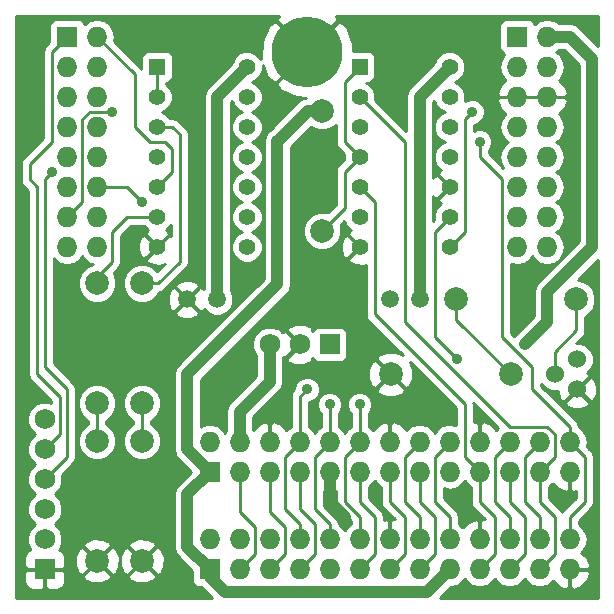
<source format=gtl>
%FSLAX34Y34*%
G04 Gerber Fmt 3.4, Leading zero omitted, Abs format*
G04 (created by PCBNEW (2014-jan-25)-product) date Fri 11 Jul 2014 09:44:34 PM PDT*
%MOIN*%
G01*
G70*
G90*
G04 APERTURE LIST*
%ADD10C,0.003937*%
%ADD11R,0.068000X0.068000*%
%ADD12O,0.068000X0.068000*%
%ADD13C,0.060000*%
%ADD14C,0.068000*%
%ADD15C,0.078700*%
%ADD16R,0.055000X0.055000*%
%ADD17C,0.055000*%
%ADD18C,0.059100*%
%ADD19C,0.236220*%
%ADD20C,0.035000*%
%ADD21C,0.040000*%
%ADD22C,0.010000*%
G04 APERTURE END LIST*
G54D10*
G54D11*
X32000Y-41500D03*
G54D12*
X33000Y-41500D03*
X32000Y-42500D03*
X33000Y-42500D03*
X32000Y-43500D03*
X33000Y-43500D03*
X32000Y-44500D03*
X33000Y-44500D03*
X32000Y-45500D03*
X33000Y-45500D03*
X32000Y-46500D03*
X33000Y-46500D03*
X32000Y-47500D03*
X33000Y-47500D03*
X32000Y-48500D03*
X33000Y-48500D03*
G54D11*
X47000Y-41500D03*
G54D12*
X48000Y-41500D03*
X47000Y-42500D03*
X48000Y-42500D03*
X47000Y-43500D03*
X48000Y-43500D03*
X47000Y-44500D03*
X48000Y-44500D03*
X47000Y-45500D03*
X48000Y-45500D03*
X47000Y-46500D03*
X48000Y-46500D03*
X47000Y-47500D03*
X48000Y-47500D03*
X47000Y-48500D03*
X48000Y-48500D03*
G54D11*
X36750Y-59250D03*
G54D12*
X36750Y-58250D03*
X37750Y-59250D03*
X37750Y-58250D03*
X38750Y-59250D03*
X38750Y-58250D03*
X39750Y-59250D03*
X39750Y-58250D03*
X40750Y-59250D03*
X40750Y-58250D03*
X41750Y-59250D03*
X41750Y-58250D03*
X42750Y-59250D03*
X42750Y-58250D03*
X43750Y-59250D03*
X43750Y-58250D03*
X44750Y-59250D03*
X44750Y-58250D03*
X45750Y-59250D03*
X45750Y-58250D03*
X46750Y-59250D03*
X46750Y-58250D03*
X47750Y-59250D03*
X47750Y-58250D03*
X48750Y-59250D03*
X48750Y-58250D03*
G54D11*
X36750Y-56000D03*
G54D12*
X36750Y-55000D03*
X37750Y-56000D03*
X37750Y-55000D03*
X38750Y-56000D03*
X38750Y-55000D03*
X39750Y-56000D03*
X39750Y-55000D03*
X40750Y-56000D03*
X40750Y-55000D03*
X41750Y-56000D03*
X41750Y-55000D03*
X42750Y-56000D03*
X42750Y-55000D03*
X43750Y-56000D03*
X43750Y-55000D03*
X44750Y-56000D03*
X44750Y-55000D03*
X45750Y-56000D03*
X45750Y-55000D03*
X46750Y-56000D03*
X46750Y-55000D03*
X47750Y-56000D03*
X47750Y-55000D03*
X48750Y-56000D03*
X48750Y-55000D03*
G54D13*
X49000Y-53250D03*
X48250Y-52750D03*
X49000Y-52250D03*
G54D11*
X31250Y-59250D03*
G54D14*
X31250Y-58250D03*
X31250Y-57250D03*
X31250Y-56250D03*
X31250Y-55250D03*
X31250Y-54250D03*
G54D15*
X33000Y-53719D03*
X33000Y-49719D03*
X33000Y-58969D03*
X33000Y-54969D03*
X34500Y-53719D03*
X34500Y-49719D03*
X34500Y-58969D03*
X34500Y-54969D03*
X48969Y-50250D03*
X44969Y-50250D03*
X42781Y-52750D03*
X46781Y-52750D03*
X40500Y-47969D03*
X40500Y-43969D03*
G54D16*
X41750Y-42500D03*
G54D17*
X41750Y-43500D03*
X41750Y-44500D03*
X41750Y-45500D03*
X41750Y-46500D03*
X41750Y-47500D03*
X41750Y-48500D03*
X44750Y-48500D03*
X44750Y-47500D03*
X44750Y-46500D03*
X44750Y-45500D03*
X44750Y-44500D03*
X44750Y-43500D03*
X44750Y-42500D03*
G54D16*
X35000Y-42500D03*
G54D17*
X35000Y-43500D03*
X35000Y-44500D03*
X35000Y-45500D03*
X35000Y-46500D03*
X35000Y-47500D03*
X35000Y-48500D03*
X38000Y-48500D03*
X38000Y-47500D03*
X38000Y-46500D03*
X38000Y-45500D03*
X38000Y-44500D03*
X38000Y-43500D03*
X38000Y-42500D03*
G54D18*
X37000Y-50250D03*
X36000Y-50250D03*
X43750Y-50250D03*
X42750Y-50250D03*
G54D19*
X40000Y-42000D03*
G54D11*
X40750Y-51750D03*
G54D14*
X39750Y-51750D03*
X38750Y-51750D03*
G54D20*
X47250Y-51750D03*
X45500Y-44000D03*
X34500Y-47000D03*
X33500Y-44000D03*
X41250Y-57500D03*
X37000Y-50250D03*
X45000Y-52250D03*
X40000Y-53250D03*
X40750Y-53750D03*
X41750Y-53750D03*
X45750Y-45000D03*
X31500Y-46000D03*
G54D21*
X48750Y-41500D02*
X48000Y-41500D01*
X49500Y-42250D02*
X48750Y-41500D01*
X49500Y-48500D02*
X49500Y-42250D01*
X48000Y-50000D02*
X49500Y-48500D01*
X48000Y-51000D02*
X48000Y-50000D01*
X47250Y-51750D02*
X48000Y-51000D01*
G54D22*
X44750Y-48500D02*
X45250Y-48000D01*
X45250Y-44250D02*
X45500Y-44000D01*
X45250Y-48000D02*
X45250Y-44250D01*
X31250Y-55250D02*
X31750Y-54750D01*
X31750Y-53500D02*
X31000Y-52750D01*
X31750Y-53799D02*
X31750Y-53500D01*
X31750Y-54750D02*
X31750Y-53799D01*
X30750Y-45750D02*
X31500Y-45000D01*
X31500Y-45000D02*
X31500Y-42000D01*
X31000Y-46500D02*
X30750Y-46250D01*
X31000Y-52750D02*
X31000Y-46500D01*
X31500Y-42000D02*
X32000Y-41500D01*
X30750Y-46250D02*
X30750Y-45750D01*
X35000Y-46500D02*
X35500Y-46000D01*
X34250Y-42750D02*
X33000Y-41500D01*
X34250Y-44500D02*
X34250Y-42750D01*
X34750Y-45000D02*
X34250Y-44500D01*
X35250Y-45000D02*
X34750Y-45000D01*
X35500Y-45250D02*
X35250Y-45000D01*
X35500Y-46000D02*
X35500Y-45250D01*
X33000Y-46500D02*
X34000Y-46500D01*
X34000Y-46500D02*
X34500Y-47000D01*
X32000Y-47500D02*
X32500Y-47000D01*
X32750Y-44000D02*
X33500Y-44000D01*
X32500Y-44250D02*
X32750Y-44000D01*
X32500Y-47000D02*
X32500Y-44250D01*
X35000Y-43500D02*
X35000Y-42500D01*
G54D21*
X39000Y-45000D02*
X40031Y-43969D01*
X40031Y-43969D02*
X40500Y-43969D01*
X36750Y-56000D02*
X36000Y-55250D01*
X36000Y-55250D02*
X36000Y-52750D01*
X36750Y-59250D02*
X36000Y-58500D01*
X36000Y-58500D02*
X36000Y-56750D01*
X36000Y-56750D02*
X36750Y-56000D01*
X44000Y-60000D02*
X37250Y-60000D01*
X37250Y-60000D02*
X36750Y-59500D01*
X36750Y-59500D02*
X36750Y-59250D01*
X44750Y-59250D02*
X44000Y-60000D01*
X36750Y-59250D02*
X36000Y-58500D01*
X36000Y-52750D02*
X39000Y-49750D01*
X39000Y-49750D02*
X39000Y-45000D01*
X39000Y-45000D02*
X39000Y-44969D01*
G54D22*
X41750Y-59250D02*
X42250Y-58750D01*
X42250Y-58750D02*
X42250Y-57500D01*
X42250Y-57500D02*
X41750Y-57000D01*
X41750Y-57000D02*
X41750Y-56000D01*
X42750Y-59250D02*
X43250Y-58750D01*
X43250Y-58750D02*
X43250Y-57500D01*
X43250Y-57500D02*
X42750Y-57000D01*
X42750Y-57000D02*
X42750Y-56000D01*
X43750Y-59250D02*
X44250Y-58750D01*
X44250Y-58750D02*
X44250Y-57500D01*
X44250Y-57500D02*
X43750Y-57000D01*
X43750Y-57000D02*
X43750Y-56000D01*
X43750Y-58250D02*
X43750Y-57500D01*
X43750Y-57500D02*
X43250Y-57000D01*
X43250Y-57000D02*
X43250Y-55500D01*
X43250Y-55500D02*
X43750Y-55000D01*
X44750Y-58250D02*
X44750Y-57500D01*
X44750Y-57500D02*
X44250Y-57000D01*
X44250Y-57000D02*
X44250Y-55500D01*
X44250Y-55500D02*
X44750Y-55000D01*
X46750Y-58250D02*
X46750Y-57500D01*
X46750Y-57500D02*
X46250Y-57000D01*
X46250Y-57000D02*
X46250Y-55500D01*
X46250Y-55500D02*
X46750Y-55000D01*
X39750Y-59250D02*
X40250Y-58750D01*
X40250Y-58750D02*
X40250Y-57750D01*
X40250Y-57750D02*
X39750Y-57250D01*
X39750Y-57250D02*
X39750Y-56000D01*
G54D21*
X40750Y-56000D02*
X40750Y-57000D01*
X40750Y-57000D02*
X41250Y-57500D01*
X37750Y-55000D02*
X37750Y-54000D01*
X37750Y-54000D02*
X38750Y-53000D01*
X38750Y-53000D02*
X38750Y-51750D01*
X43750Y-50250D02*
X43750Y-43500D01*
X43750Y-43500D02*
X44750Y-42500D01*
X37000Y-50250D02*
X37000Y-43500D01*
X37000Y-43500D02*
X38000Y-42500D01*
G54D22*
X37750Y-59250D02*
X38250Y-58750D01*
X38250Y-58750D02*
X38250Y-57850D01*
X38250Y-57850D02*
X37750Y-57350D01*
X37750Y-57350D02*
X37750Y-56000D01*
X38750Y-59250D02*
X39250Y-58750D01*
X39250Y-58750D02*
X39250Y-57850D01*
X39250Y-57850D02*
X38750Y-57350D01*
X38750Y-57350D02*
X38750Y-56000D01*
X39750Y-55000D02*
X39750Y-53500D01*
X44250Y-48000D02*
X44750Y-47500D01*
X44250Y-51500D02*
X44250Y-48000D01*
X45000Y-52250D02*
X44250Y-51500D01*
X39750Y-53500D02*
X40000Y-53250D01*
X39750Y-58250D02*
X39750Y-57750D01*
X39750Y-57750D02*
X39250Y-57250D01*
X39250Y-57250D02*
X39250Y-55500D01*
X39250Y-55500D02*
X39750Y-55000D01*
X39750Y-58250D02*
X39750Y-57950D01*
X40750Y-55000D02*
X40750Y-53750D01*
X40750Y-58250D02*
X40750Y-57750D01*
X40750Y-57750D02*
X40250Y-57250D01*
X40250Y-57250D02*
X40250Y-55500D01*
X40250Y-55500D02*
X40750Y-55000D01*
X33000Y-54969D02*
X33000Y-53719D01*
X46781Y-52750D02*
X44969Y-50938D01*
X44969Y-50938D02*
X44969Y-50250D01*
X41750Y-55000D02*
X41750Y-53750D01*
X41750Y-58250D02*
X41750Y-57500D01*
X41750Y-57500D02*
X41250Y-57000D01*
X41750Y-58250D02*
X41750Y-58000D01*
X41250Y-57000D02*
X41250Y-55500D01*
X41250Y-55500D02*
X41750Y-55000D01*
X41750Y-46500D02*
X42250Y-47000D01*
X45250Y-55500D02*
X45750Y-56000D01*
X45250Y-53750D02*
X45250Y-55500D01*
X42250Y-50750D02*
X45250Y-53750D01*
X42250Y-47000D02*
X42250Y-50750D01*
X45750Y-59250D02*
X46250Y-58750D01*
X46250Y-58750D02*
X46250Y-57500D01*
X46250Y-57500D02*
X45750Y-57000D01*
X45750Y-57000D02*
X45750Y-56000D01*
X45750Y-56250D02*
X45750Y-56000D01*
X46750Y-59250D02*
X47250Y-58750D01*
X47250Y-58750D02*
X47250Y-57500D01*
X47250Y-57500D02*
X46750Y-57000D01*
X46750Y-57000D02*
X46750Y-56000D01*
X34500Y-54969D02*
X34500Y-53719D01*
X47750Y-56000D02*
X48250Y-55500D01*
X43250Y-45000D02*
X41750Y-43500D01*
X43250Y-51000D02*
X43250Y-45000D01*
X46750Y-54500D02*
X43250Y-51000D01*
X48000Y-54500D02*
X46750Y-54500D01*
X48250Y-54750D02*
X48000Y-54500D01*
X48250Y-55500D02*
X48250Y-54750D01*
X47750Y-59250D02*
X48250Y-58750D01*
X48250Y-58750D02*
X48250Y-57500D01*
X48250Y-57500D02*
X47750Y-57000D01*
X47750Y-57000D02*
X47750Y-56000D01*
X47750Y-58250D02*
X47750Y-57500D01*
X47750Y-57500D02*
X47250Y-57000D01*
X47250Y-57000D02*
X47250Y-55500D01*
X47250Y-55500D02*
X47750Y-55000D01*
X41750Y-45500D02*
X41250Y-46000D01*
X41250Y-47219D02*
X40500Y-47969D01*
X41250Y-46000D02*
X41250Y-47219D01*
X47500Y-52500D02*
X46500Y-51500D01*
X46500Y-46250D02*
X45750Y-45500D01*
X46500Y-51000D02*
X46500Y-46250D01*
X46500Y-51500D02*
X46500Y-51000D01*
X45750Y-45500D02*
X45750Y-45000D01*
X48750Y-55000D02*
X48750Y-54500D01*
X47500Y-53250D02*
X47500Y-52500D01*
X48750Y-54500D02*
X47500Y-53250D01*
X48750Y-57500D02*
X49250Y-57000D01*
X49250Y-55500D02*
X48750Y-55000D01*
X49250Y-57000D02*
X49250Y-55500D01*
X48750Y-58250D02*
X48750Y-57500D01*
X41750Y-45500D02*
X41250Y-45000D01*
X41250Y-45000D02*
X41250Y-43000D01*
X41250Y-43000D02*
X41750Y-42500D01*
X32000Y-55500D02*
X32000Y-53250D01*
X32000Y-53250D02*
X31250Y-52500D01*
X31250Y-56250D02*
X32000Y-55500D01*
X31250Y-46250D02*
X31500Y-46000D01*
X31250Y-52500D02*
X31250Y-46250D01*
X48250Y-52750D02*
X48250Y-52000D01*
X48969Y-51281D02*
X48969Y-50250D01*
X48250Y-52000D02*
X48969Y-51281D01*
X35000Y-44500D02*
X35500Y-44500D01*
X35750Y-44750D02*
X35750Y-49000D01*
X35500Y-44500D02*
X35750Y-44750D01*
X34500Y-49719D02*
X35031Y-49719D01*
X35031Y-49719D02*
X35750Y-49000D01*
X35000Y-47500D02*
X34000Y-47500D01*
X33500Y-48000D02*
X33500Y-49000D01*
X34000Y-47500D02*
X33500Y-48000D01*
X33000Y-49719D02*
X33000Y-49500D01*
X33000Y-49500D02*
X33500Y-49000D01*
G36*
X38767Y-58260D02*
X38760Y-58260D01*
X38760Y-58267D01*
X38740Y-58267D01*
X38740Y-58260D01*
X38732Y-58260D01*
X38732Y-58240D01*
X38740Y-58240D01*
X38740Y-58232D01*
X38760Y-58232D01*
X38760Y-58240D01*
X38767Y-58240D01*
X38767Y-58260D01*
X38767Y-58260D01*
G37*
X38767Y-58260D02*
X38760Y-58260D01*
X38760Y-58267D01*
X38740Y-58267D01*
X38740Y-58260D01*
X38732Y-58260D01*
X38732Y-58240D01*
X38740Y-58240D01*
X38740Y-58232D01*
X38760Y-58232D01*
X38760Y-58240D01*
X38767Y-58240D01*
X38767Y-58260D01*
G36*
X40767Y-59260D02*
X40760Y-59260D01*
X40760Y-59267D01*
X40740Y-59267D01*
X40740Y-59260D01*
X40732Y-59260D01*
X40732Y-59240D01*
X40740Y-59240D01*
X40740Y-59232D01*
X40760Y-59232D01*
X40760Y-59240D01*
X40767Y-59240D01*
X40767Y-59260D01*
X40767Y-59260D01*
G37*
X40767Y-59260D02*
X40760Y-59260D01*
X40760Y-59267D01*
X40740Y-59267D01*
X40740Y-59260D01*
X40732Y-59260D01*
X40732Y-59240D01*
X40740Y-59240D01*
X40740Y-59232D01*
X40760Y-59232D01*
X40760Y-59240D01*
X40767Y-59240D01*
X40767Y-59260D01*
G36*
X41450Y-57746D02*
X41321Y-57832D01*
X41250Y-57939D01*
X41178Y-57832D01*
X41049Y-57746D01*
X41027Y-57635D01*
X40962Y-57537D01*
X40962Y-57537D01*
X40550Y-57125D01*
X40550Y-56648D01*
X40632Y-56679D01*
X40740Y-56602D01*
X40740Y-56010D01*
X40732Y-56010D01*
X40732Y-55990D01*
X40740Y-55990D01*
X40740Y-55982D01*
X40760Y-55982D01*
X40760Y-55990D01*
X40767Y-55990D01*
X40767Y-56010D01*
X40760Y-56010D01*
X40760Y-56602D01*
X40867Y-56679D01*
X40950Y-56648D01*
X40950Y-57000D01*
X40972Y-57114D01*
X41037Y-57212D01*
X41450Y-57624D01*
X41450Y-57746D01*
X41450Y-57746D01*
G37*
X41450Y-57746D02*
X41321Y-57832D01*
X41250Y-57939D01*
X41178Y-57832D01*
X41049Y-57746D01*
X41027Y-57635D01*
X40962Y-57537D01*
X40962Y-57537D01*
X40550Y-57125D01*
X40550Y-56648D01*
X40632Y-56679D01*
X40740Y-56602D01*
X40740Y-56010D01*
X40732Y-56010D01*
X40732Y-55990D01*
X40740Y-55990D01*
X40740Y-55982D01*
X40760Y-55982D01*
X40760Y-55990D01*
X40767Y-55990D01*
X40767Y-56010D01*
X40760Y-56010D01*
X40760Y-56602D01*
X40867Y-56679D01*
X40950Y-56648D01*
X40950Y-57000D01*
X40972Y-57114D01*
X41037Y-57212D01*
X41450Y-57624D01*
X41450Y-57746D01*
G36*
X42769Y-50255D02*
X42755Y-50269D01*
X42750Y-50264D01*
X42744Y-50269D01*
X42730Y-50255D01*
X42735Y-50250D01*
X42730Y-50244D01*
X42744Y-50230D01*
X42750Y-50235D01*
X42755Y-50230D01*
X42769Y-50244D01*
X42764Y-50250D01*
X42769Y-50255D01*
X42769Y-50255D01*
G37*
X42769Y-50255D02*
X42755Y-50269D01*
X42750Y-50264D01*
X42744Y-50269D01*
X42730Y-50255D01*
X42735Y-50250D01*
X42730Y-50244D01*
X42744Y-50230D01*
X42750Y-50235D01*
X42755Y-50230D01*
X42769Y-50244D01*
X42764Y-50250D01*
X42769Y-50255D01*
G36*
X42913Y-57587D02*
X42867Y-57570D01*
X42760Y-57647D01*
X42760Y-58240D01*
X42767Y-58240D01*
X42767Y-58260D01*
X42760Y-58260D01*
X42760Y-58267D01*
X42740Y-58267D01*
X42740Y-58260D01*
X42732Y-58260D01*
X42732Y-58240D01*
X42740Y-58240D01*
X42740Y-57647D01*
X42632Y-57570D01*
X42550Y-57601D01*
X42550Y-57500D01*
X42527Y-57385D01*
X42462Y-57287D01*
X42462Y-57287D01*
X42050Y-56875D01*
X42050Y-56503D01*
X42178Y-56417D01*
X42250Y-56310D01*
X42321Y-56417D01*
X42450Y-56503D01*
X42450Y-57000D01*
X42472Y-57114D01*
X42537Y-57212D01*
X42913Y-57587D01*
X42913Y-57587D01*
G37*
X42913Y-57587D02*
X42867Y-57570D01*
X42760Y-57647D01*
X42760Y-58240D01*
X42767Y-58240D01*
X42767Y-58260D01*
X42760Y-58260D01*
X42760Y-58267D01*
X42740Y-58267D01*
X42740Y-58260D01*
X42732Y-58260D01*
X42732Y-58240D01*
X42740Y-58240D01*
X42740Y-57647D01*
X42632Y-57570D01*
X42550Y-57601D01*
X42550Y-57500D01*
X42527Y-57385D01*
X42462Y-57287D01*
X42462Y-57287D01*
X42050Y-56875D01*
X42050Y-56503D01*
X42178Y-56417D01*
X42250Y-56310D01*
X42321Y-56417D01*
X42450Y-56503D01*
X42450Y-57000D01*
X42472Y-57114D01*
X42537Y-57212D01*
X42913Y-57587D01*
G36*
X44769Y-46505D02*
X44755Y-46519D01*
X44750Y-46514D01*
X44368Y-46895D01*
X44383Y-47021D01*
X44456Y-47053D01*
X44453Y-47054D01*
X44305Y-47202D01*
X44225Y-47395D01*
X44224Y-47600D01*
X44200Y-47625D01*
X44200Y-46810D01*
X44211Y-46841D01*
X44228Y-46866D01*
X44354Y-46881D01*
X44735Y-46500D01*
X44354Y-46118D01*
X44228Y-46133D01*
X44200Y-46198D01*
X44200Y-43686D01*
X44241Y-43644D01*
X44304Y-43797D01*
X44452Y-43944D01*
X44585Y-44000D01*
X44453Y-44054D01*
X44305Y-44202D01*
X44225Y-44395D01*
X44224Y-44603D01*
X44304Y-44797D01*
X44452Y-44944D01*
X44585Y-45000D01*
X44453Y-45054D01*
X44305Y-45202D01*
X44225Y-45395D01*
X44224Y-45603D01*
X44304Y-45797D01*
X44452Y-45944D01*
X44452Y-45944D01*
X44408Y-45961D01*
X44383Y-45978D01*
X44368Y-46104D01*
X44750Y-46485D01*
X44755Y-46480D01*
X44769Y-46494D01*
X44764Y-46500D01*
X44769Y-46505D01*
X44769Y-46505D01*
G37*
X44769Y-46505D02*
X44755Y-46519D01*
X44750Y-46514D01*
X44368Y-46895D01*
X44383Y-47021D01*
X44456Y-47053D01*
X44453Y-47054D01*
X44305Y-47202D01*
X44225Y-47395D01*
X44224Y-47600D01*
X44200Y-47625D01*
X44200Y-46810D01*
X44211Y-46841D01*
X44228Y-46866D01*
X44354Y-46881D01*
X44735Y-46500D01*
X44354Y-46118D01*
X44228Y-46133D01*
X44200Y-46198D01*
X44200Y-43686D01*
X44241Y-43644D01*
X44304Y-43797D01*
X44452Y-43944D01*
X44585Y-44000D01*
X44453Y-44054D01*
X44305Y-44202D01*
X44225Y-44395D01*
X44224Y-44603D01*
X44304Y-44797D01*
X44452Y-44944D01*
X44585Y-45000D01*
X44453Y-45054D01*
X44305Y-45202D01*
X44225Y-45395D01*
X44224Y-45603D01*
X44304Y-45797D01*
X44452Y-45944D01*
X44452Y-45944D01*
X44408Y-45961D01*
X44383Y-45978D01*
X44368Y-46104D01*
X44750Y-46485D01*
X44755Y-46480D01*
X44769Y-46494D01*
X44764Y-46500D01*
X44769Y-46505D01*
G36*
X44950Y-54447D02*
X44761Y-54410D01*
X44738Y-54410D01*
X44512Y-54454D01*
X44321Y-54582D01*
X44250Y-54689D01*
X44178Y-54582D01*
X43987Y-54454D01*
X43761Y-54410D01*
X43738Y-54410D01*
X43512Y-54454D01*
X43321Y-54582D01*
X43310Y-54599D01*
X43248Y-54539D01*
X43248Y-53231D01*
X42781Y-52764D01*
X42766Y-52778D01*
X42766Y-52750D01*
X42299Y-52282D01*
X42161Y-52312D01*
X42041Y-52582D01*
X42033Y-52878D01*
X42139Y-53154D01*
X42161Y-53187D01*
X42299Y-53217D01*
X42766Y-52750D01*
X42766Y-52778D01*
X42313Y-53231D01*
X42343Y-53369D01*
X42613Y-53489D01*
X42909Y-53497D01*
X43185Y-53391D01*
X43218Y-53369D01*
X43248Y-53231D01*
X43248Y-54539D01*
X43119Y-54416D01*
X42867Y-54320D01*
X42760Y-54397D01*
X42760Y-54990D01*
X42767Y-54990D01*
X42767Y-55010D01*
X42760Y-55010D01*
X42760Y-55017D01*
X42740Y-55017D01*
X42740Y-55010D01*
X42732Y-55010D01*
X42732Y-54990D01*
X42740Y-54990D01*
X42740Y-54397D01*
X42632Y-54320D01*
X42380Y-54416D01*
X42189Y-54599D01*
X42178Y-54582D01*
X42050Y-54496D01*
X42050Y-54051D01*
X42110Y-53991D01*
X42174Y-53834D01*
X42175Y-53665D01*
X42110Y-53509D01*
X41991Y-53389D01*
X41834Y-53325D01*
X41665Y-53324D01*
X41509Y-53389D01*
X41389Y-53508D01*
X41340Y-53629D01*
X41340Y-52139D01*
X41340Y-52040D01*
X41340Y-51360D01*
X41301Y-51268D01*
X41231Y-51198D01*
X41139Y-51160D01*
X41040Y-51160D01*
X40360Y-51160D01*
X40268Y-51198D01*
X40198Y-51268D01*
X40184Y-51301D01*
X40178Y-51307D01*
X40155Y-51175D01*
X39904Y-51063D01*
X39630Y-51056D01*
X39373Y-51155D01*
X39344Y-51175D01*
X39321Y-51307D01*
X39750Y-51735D01*
X39755Y-51730D01*
X39769Y-51744D01*
X39764Y-51750D01*
X39769Y-51755D01*
X39755Y-51769D01*
X39750Y-51764D01*
X39321Y-52192D01*
X39344Y-52324D01*
X39595Y-52436D01*
X39869Y-52443D01*
X40126Y-52344D01*
X40155Y-52324D01*
X40178Y-52192D01*
X40178Y-52192D01*
X40184Y-52198D01*
X40198Y-52231D01*
X40268Y-52301D01*
X40360Y-52340D01*
X40459Y-52340D01*
X41139Y-52340D01*
X41231Y-52301D01*
X41301Y-52231D01*
X41340Y-52139D01*
X41340Y-53629D01*
X41325Y-53665D01*
X41324Y-53834D01*
X41389Y-53990D01*
X41450Y-54051D01*
X41450Y-54496D01*
X41321Y-54582D01*
X41250Y-54689D01*
X41178Y-54582D01*
X41050Y-54496D01*
X41050Y-54051D01*
X41110Y-53991D01*
X41174Y-53834D01*
X41175Y-53665D01*
X41110Y-53509D01*
X40991Y-53389D01*
X40834Y-53325D01*
X40665Y-53324D01*
X40509Y-53389D01*
X40389Y-53508D01*
X40325Y-53665D01*
X40324Y-53834D01*
X40389Y-53990D01*
X40450Y-54051D01*
X40450Y-54496D01*
X40321Y-54582D01*
X40250Y-54689D01*
X40178Y-54582D01*
X40050Y-54496D01*
X40050Y-53675D01*
X40084Y-53675D01*
X40240Y-53610D01*
X40360Y-53491D01*
X40424Y-53334D01*
X40425Y-53165D01*
X40360Y-53009D01*
X40241Y-52889D01*
X40178Y-52863D01*
X40084Y-52825D01*
X39915Y-52824D01*
X39759Y-52889D01*
X39639Y-53008D01*
X39575Y-53165D01*
X39574Y-53250D01*
X39537Y-53287D01*
X39472Y-53385D01*
X39450Y-53500D01*
X39450Y-54496D01*
X39321Y-54582D01*
X39310Y-54599D01*
X39119Y-54416D01*
X38867Y-54320D01*
X38760Y-54397D01*
X38760Y-54990D01*
X38767Y-54990D01*
X38767Y-55010D01*
X38760Y-55010D01*
X38760Y-55017D01*
X38740Y-55017D01*
X38740Y-55010D01*
X38732Y-55010D01*
X38732Y-54990D01*
X38740Y-54990D01*
X38740Y-54397D01*
X38632Y-54320D01*
X38380Y-54416D01*
X38200Y-54589D01*
X38200Y-54186D01*
X39068Y-53318D01*
X39165Y-53172D01*
X39200Y-53000D01*
X39200Y-52159D01*
X39307Y-52178D01*
X39735Y-51750D01*
X39307Y-51321D01*
X39178Y-51344D01*
X39084Y-51250D01*
X38867Y-51160D01*
X38633Y-51159D01*
X38416Y-51249D01*
X38250Y-51415D01*
X38160Y-51632D01*
X38159Y-51866D01*
X38249Y-52083D01*
X38300Y-52134D01*
X38300Y-52813D01*
X37431Y-53681D01*
X37334Y-53827D01*
X37300Y-54000D01*
X37300Y-54614D01*
X37250Y-54689D01*
X37178Y-54582D01*
X36987Y-54454D01*
X36761Y-54410D01*
X36738Y-54410D01*
X36512Y-54454D01*
X36450Y-54496D01*
X36450Y-52936D01*
X39318Y-50068D01*
X39415Y-49922D01*
X39450Y-49750D01*
X39450Y-45186D01*
X40128Y-44507D01*
X40135Y-44514D01*
X40371Y-44612D01*
X40627Y-44612D01*
X40864Y-44514D01*
X40950Y-44429D01*
X40950Y-45000D01*
X40972Y-45114D01*
X41037Y-45212D01*
X41225Y-45399D01*
X41224Y-45600D01*
X41037Y-45787D01*
X40972Y-45885D01*
X40950Y-46000D01*
X40950Y-47094D01*
X40692Y-47352D01*
X40628Y-47325D01*
X40372Y-47325D01*
X40135Y-47423D01*
X39954Y-47604D01*
X39856Y-47840D01*
X39856Y-48096D01*
X39954Y-48333D01*
X40135Y-48514D01*
X40371Y-48612D01*
X40627Y-48612D01*
X40864Y-48514D01*
X41045Y-48333D01*
X41143Y-48097D01*
X41143Y-47841D01*
X41116Y-47776D01*
X41243Y-47649D01*
X41304Y-47797D01*
X41452Y-47944D01*
X41452Y-47944D01*
X41408Y-47961D01*
X41383Y-47978D01*
X41368Y-48104D01*
X41750Y-48485D01*
X41755Y-48480D01*
X41769Y-48494D01*
X41764Y-48500D01*
X41769Y-48505D01*
X41755Y-48519D01*
X41750Y-48514D01*
X41735Y-48528D01*
X41735Y-48500D01*
X41354Y-48118D01*
X41228Y-48133D01*
X41128Y-48360D01*
X41122Y-48609D01*
X41211Y-48841D01*
X41228Y-48866D01*
X41354Y-48881D01*
X41735Y-48500D01*
X41735Y-48528D01*
X41368Y-48895D01*
X41383Y-49021D01*
X41610Y-49121D01*
X41859Y-49127D01*
X41950Y-49092D01*
X41950Y-50750D01*
X41972Y-50864D01*
X42037Y-50962D01*
X43197Y-52121D01*
X42948Y-52010D01*
X42652Y-52002D01*
X42376Y-52108D01*
X42343Y-52130D01*
X42313Y-52268D01*
X42781Y-52735D01*
X42786Y-52730D01*
X42800Y-52744D01*
X42795Y-52750D01*
X43262Y-53217D01*
X43400Y-53187D01*
X43520Y-52917D01*
X43528Y-52621D01*
X43422Y-52346D01*
X44950Y-53874D01*
X44950Y-54447D01*
X44950Y-54447D01*
G37*
X44950Y-54447D02*
X44761Y-54410D01*
X44738Y-54410D01*
X44512Y-54454D01*
X44321Y-54582D01*
X44250Y-54689D01*
X44178Y-54582D01*
X43987Y-54454D01*
X43761Y-54410D01*
X43738Y-54410D01*
X43512Y-54454D01*
X43321Y-54582D01*
X43310Y-54599D01*
X43248Y-54539D01*
X43248Y-53231D01*
X42781Y-52764D01*
X42766Y-52778D01*
X42766Y-52750D01*
X42299Y-52282D01*
X42161Y-52312D01*
X42041Y-52582D01*
X42033Y-52878D01*
X42139Y-53154D01*
X42161Y-53187D01*
X42299Y-53217D01*
X42766Y-52750D01*
X42766Y-52778D01*
X42313Y-53231D01*
X42343Y-53369D01*
X42613Y-53489D01*
X42909Y-53497D01*
X43185Y-53391D01*
X43218Y-53369D01*
X43248Y-53231D01*
X43248Y-54539D01*
X43119Y-54416D01*
X42867Y-54320D01*
X42760Y-54397D01*
X42760Y-54990D01*
X42767Y-54990D01*
X42767Y-55010D01*
X42760Y-55010D01*
X42760Y-55017D01*
X42740Y-55017D01*
X42740Y-55010D01*
X42732Y-55010D01*
X42732Y-54990D01*
X42740Y-54990D01*
X42740Y-54397D01*
X42632Y-54320D01*
X42380Y-54416D01*
X42189Y-54599D01*
X42178Y-54582D01*
X42050Y-54496D01*
X42050Y-54051D01*
X42110Y-53991D01*
X42174Y-53834D01*
X42175Y-53665D01*
X42110Y-53509D01*
X41991Y-53389D01*
X41834Y-53325D01*
X41665Y-53324D01*
X41509Y-53389D01*
X41389Y-53508D01*
X41340Y-53629D01*
X41340Y-52139D01*
X41340Y-52040D01*
X41340Y-51360D01*
X41301Y-51268D01*
X41231Y-51198D01*
X41139Y-51160D01*
X41040Y-51160D01*
X40360Y-51160D01*
X40268Y-51198D01*
X40198Y-51268D01*
X40184Y-51301D01*
X40178Y-51307D01*
X40155Y-51175D01*
X39904Y-51063D01*
X39630Y-51056D01*
X39373Y-51155D01*
X39344Y-51175D01*
X39321Y-51307D01*
X39750Y-51735D01*
X39755Y-51730D01*
X39769Y-51744D01*
X39764Y-51750D01*
X39769Y-51755D01*
X39755Y-51769D01*
X39750Y-51764D01*
X39321Y-52192D01*
X39344Y-52324D01*
X39595Y-52436D01*
X39869Y-52443D01*
X40126Y-52344D01*
X40155Y-52324D01*
X40178Y-52192D01*
X40178Y-52192D01*
X40184Y-52198D01*
X40198Y-52231D01*
X40268Y-52301D01*
X40360Y-52340D01*
X40459Y-52340D01*
X41139Y-52340D01*
X41231Y-52301D01*
X41301Y-52231D01*
X41340Y-52139D01*
X41340Y-53629D01*
X41325Y-53665D01*
X41324Y-53834D01*
X41389Y-53990D01*
X41450Y-54051D01*
X41450Y-54496D01*
X41321Y-54582D01*
X41250Y-54689D01*
X41178Y-54582D01*
X41050Y-54496D01*
X41050Y-54051D01*
X41110Y-53991D01*
X41174Y-53834D01*
X41175Y-53665D01*
X41110Y-53509D01*
X40991Y-53389D01*
X40834Y-53325D01*
X40665Y-53324D01*
X40509Y-53389D01*
X40389Y-53508D01*
X40325Y-53665D01*
X40324Y-53834D01*
X40389Y-53990D01*
X40450Y-54051D01*
X40450Y-54496D01*
X40321Y-54582D01*
X40250Y-54689D01*
X40178Y-54582D01*
X40050Y-54496D01*
X40050Y-53675D01*
X40084Y-53675D01*
X40240Y-53610D01*
X40360Y-53491D01*
X40424Y-53334D01*
X40425Y-53165D01*
X40360Y-53009D01*
X40241Y-52889D01*
X40178Y-52863D01*
X40084Y-52825D01*
X39915Y-52824D01*
X39759Y-52889D01*
X39639Y-53008D01*
X39575Y-53165D01*
X39574Y-53250D01*
X39537Y-53287D01*
X39472Y-53385D01*
X39450Y-53500D01*
X39450Y-54496D01*
X39321Y-54582D01*
X39310Y-54599D01*
X39119Y-54416D01*
X38867Y-54320D01*
X38760Y-54397D01*
X38760Y-54990D01*
X38767Y-54990D01*
X38767Y-55010D01*
X38760Y-55010D01*
X38760Y-55017D01*
X38740Y-55017D01*
X38740Y-55010D01*
X38732Y-55010D01*
X38732Y-54990D01*
X38740Y-54990D01*
X38740Y-54397D01*
X38632Y-54320D01*
X38380Y-54416D01*
X38200Y-54589D01*
X38200Y-54186D01*
X39068Y-53318D01*
X39165Y-53172D01*
X39200Y-53000D01*
X39200Y-52159D01*
X39307Y-52178D01*
X39735Y-51750D01*
X39307Y-51321D01*
X39178Y-51344D01*
X39084Y-51250D01*
X38867Y-51160D01*
X38633Y-51159D01*
X38416Y-51249D01*
X38250Y-51415D01*
X38160Y-51632D01*
X38159Y-51866D01*
X38249Y-52083D01*
X38300Y-52134D01*
X38300Y-52813D01*
X37431Y-53681D01*
X37334Y-53827D01*
X37300Y-54000D01*
X37300Y-54614D01*
X37250Y-54689D01*
X37178Y-54582D01*
X36987Y-54454D01*
X36761Y-54410D01*
X36738Y-54410D01*
X36512Y-54454D01*
X36450Y-54496D01*
X36450Y-52936D01*
X39318Y-50068D01*
X39415Y-49922D01*
X39450Y-49750D01*
X39450Y-45186D01*
X40128Y-44507D01*
X40135Y-44514D01*
X40371Y-44612D01*
X40627Y-44612D01*
X40864Y-44514D01*
X40950Y-44429D01*
X40950Y-45000D01*
X40972Y-45114D01*
X41037Y-45212D01*
X41225Y-45399D01*
X41224Y-45600D01*
X41037Y-45787D01*
X40972Y-45885D01*
X40950Y-46000D01*
X40950Y-47094D01*
X40692Y-47352D01*
X40628Y-47325D01*
X40372Y-47325D01*
X40135Y-47423D01*
X39954Y-47604D01*
X39856Y-47840D01*
X39856Y-48096D01*
X39954Y-48333D01*
X40135Y-48514D01*
X40371Y-48612D01*
X40627Y-48612D01*
X40864Y-48514D01*
X41045Y-48333D01*
X41143Y-48097D01*
X41143Y-47841D01*
X41116Y-47776D01*
X41243Y-47649D01*
X41304Y-47797D01*
X41452Y-47944D01*
X41452Y-47944D01*
X41408Y-47961D01*
X41383Y-47978D01*
X41368Y-48104D01*
X41750Y-48485D01*
X41755Y-48480D01*
X41769Y-48494D01*
X41764Y-48500D01*
X41769Y-48505D01*
X41755Y-48519D01*
X41750Y-48514D01*
X41735Y-48528D01*
X41735Y-48500D01*
X41354Y-48118D01*
X41228Y-48133D01*
X41128Y-48360D01*
X41122Y-48609D01*
X41211Y-48841D01*
X41228Y-48866D01*
X41354Y-48881D01*
X41735Y-48500D01*
X41735Y-48528D01*
X41368Y-48895D01*
X41383Y-49021D01*
X41610Y-49121D01*
X41859Y-49127D01*
X41950Y-49092D01*
X41950Y-50750D01*
X41972Y-50864D01*
X42037Y-50962D01*
X43197Y-52121D01*
X42948Y-52010D01*
X42652Y-52002D01*
X42376Y-52108D01*
X42343Y-52130D01*
X42313Y-52268D01*
X42781Y-52735D01*
X42786Y-52730D01*
X42800Y-52744D01*
X42795Y-52750D01*
X43262Y-53217D01*
X43400Y-53187D01*
X43520Y-52917D01*
X43528Y-52621D01*
X43422Y-52346D01*
X44950Y-53874D01*
X44950Y-54447D01*
G36*
X45913Y-57587D02*
X45867Y-57570D01*
X45760Y-57647D01*
X45760Y-58240D01*
X45767Y-58240D01*
X45767Y-58260D01*
X45760Y-58260D01*
X45760Y-58267D01*
X45740Y-58267D01*
X45740Y-58260D01*
X45732Y-58260D01*
X45732Y-58240D01*
X45740Y-58240D01*
X45740Y-57647D01*
X45632Y-57570D01*
X45380Y-57666D01*
X45189Y-57849D01*
X45178Y-57832D01*
X45050Y-57746D01*
X45050Y-57500D01*
X45027Y-57385D01*
X44962Y-57287D01*
X44962Y-57287D01*
X44550Y-56875D01*
X44550Y-56552D01*
X44738Y-56590D01*
X44761Y-56590D01*
X44987Y-56545D01*
X45178Y-56417D01*
X45250Y-56310D01*
X45321Y-56417D01*
X45450Y-56503D01*
X45450Y-57000D01*
X45472Y-57114D01*
X45537Y-57212D01*
X45913Y-57587D01*
X45913Y-57587D01*
G37*
X45913Y-57587D02*
X45867Y-57570D01*
X45760Y-57647D01*
X45760Y-58240D01*
X45767Y-58240D01*
X45767Y-58260D01*
X45760Y-58260D01*
X45760Y-58267D01*
X45740Y-58267D01*
X45740Y-58260D01*
X45732Y-58260D01*
X45732Y-58240D01*
X45740Y-58240D01*
X45740Y-57647D01*
X45632Y-57570D01*
X45380Y-57666D01*
X45189Y-57849D01*
X45178Y-57832D01*
X45050Y-57746D01*
X45050Y-57500D01*
X45027Y-57385D01*
X44962Y-57287D01*
X44962Y-57287D01*
X44550Y-56875D01*
X44550Y-56552D01*
X44738Y-56590D01*
X44761Y-56590D01*
X44987Y-56545D01*
X45178Y-56417D01*
X45250Y-56310D01*
X45321Y-56417D01*
X45450Y-56503D01*
X45450Y-57000D01*
X45472Y-57114D01*
X45537Y-57212D01*
X45913Y-57587D01*
G36*
X46373Y-54547D02*
X46321Y-54582D01*
X46310Y-54599D01*
X46119Y-54416D01*
X45867Y-54320D01*
X45760Y-54397D01*
X45760Y-54990D01*
X45767Y-54990D01*
X45767Y-55010D01*
X45760Y-55010D01*
X45760Y-55017D01*
X45740Y-55017D01*
X45740Y-55010D01*
X45732Y-55010D01*
X45732Y-54990D01*
X45740Y-54990D01*
X45740Y-54397D01*
X45632Y-54320D01*
X45550Y-54351D01*
X45550Y-53750D01*
X45543Y-53717D01*
X46373Y-54547D01*
X46373Y-54547D01*
G37*
X46373Y-54547D02*
X46321Y-54582D01*
X46310Y-54599D01*
X46119Y-54416D01*
X45867Y-54320D01*
X45760Y-54397D01*
X45760Y-54990D01*
X45767Y-54990D01*
X45767Y-55010D01*
X45760Y-55010D01*
X45760Y-55017D01*
X45740Y-55017D01*
X45740Y-55010D01*
X45732Y-55010D01*
X45732Y-54990D01*
X45740Y-54990D01*
X45740Y-54397D01*
X45632Y-54320D01*
X45550Y-54351D01*
X45550Y-53750D01*
X45543Y-53717D01*
X46373Y-54547D01*
G36*
X48950Y-56875D02*
X48537Y-57287D01*
X48500Y-57344D01*
X48462Y-57287D01*
X48462Y-57287D01*
X48050Y-56875D01*
X48050Y-56503D01*
X48178Y-56417D01*
X48189Y-56400D01*
X48380Y-56583D01*
X48632Y-56679D01*
X48740Y-56602D01*
X48740Y-56010D01*
X48732Y-56010D01*
X48732Y-55990D01*
X48740Y-55990D01*
X48740Y-55982D01*
X48760Y-55982D01*
X48760Y-55990D01*
X48767Y-55990D01*
X48767Y-56010D01*
X48760Y-56010D01*
X48760Y-56602D01*
X48867Y-56679D01*
X48950Y-56648D01*
X48950Y-56875D01*
X48950Y-56875D01*
G37*
X48950Y-56875D02*
X48537Y-57287D01*
X48500Y-57344D01*
X48462Y-57287D01*
X48462Y-57287D01*
X48050Y-56875D01*
X48050Y-56503D01*
X48178Y-56417D01*
X48189Y-56400D01*
X48380Y-56583D01*
X48632Y-56679D01*
X48740Y-56602D01*
X48740Y-56010D01*
X48732Y-56010D01*
X48732Y-55990D01*
X48740Y-55990D01*
X48740Y-55982D01*
X48760Y-55982D01*
X48760Y-55990D01*
X48767Y-55990D01*
X48767Y-56010D01*
X48760Y-56010D01*
X48760Y-56602D01*
X48867Y-56679D01*
X48950Y-56648D01*
X48950Y-56875D01*
G36*
X49700Y-41813D02*
X49068Y-41181D01*
X48922Y-41084D01*
X48750Y-41050D01*
X48385Y-41050D01*
X48225Y-40943D01*
X48000Y-40898D01*
X47774Y-40943D01*
X47582Y-41071D01*
X47577Y-41079D01*
X47551Y-41018D01*
X47481Y-40948D01*
X47389Y-40910D01*
X47290Y-40910D01*
X46610Y-40910D01*
X46518Y-40948D01*
X46448Y-41018D01*
X46410Y-41110D01*
X46410Y-41209D01*
X46410Y-41889D01*
X46448Y-41981D01*
X46518Y-42051D01*
X46578Y-42077D01*
X46454Y-42262D01*
X46410Y-42488D01*
X46410Y-42511D01*
X46454Y-42737D01*
X46582Y-42928D01*
X46599Y-42939D01*
X46416Y-43130D01*
X46320Y-43382D01*
X46397Y-43490D01*
X46990Y-43490D01*
X46990Y-43482D01*
X47010Y-43482D01*
X47010Y-43490D01*
X47397Y-43490D01*
X47602Y-43490D01*
X47990Y-43490D01*
X47990Y-43482D01*
X48010Y-43482D01*
X48010Y-43490D01*
X48602Y-43490D01*
X48679Y-43382D01*
X48583Y-43130D01*
X48400Y-42939D01*
X48417Y-42928D01*
X48545Y-42737D01*
X48590Y-42511D01*
X48590Y-42488D01*
X48545Y-42262D01*
X48417Y-42071D01*
X48310Y-42000D01*
X48385Y-41950D01*
X48563Y-41950D01*
X49050Y-42436D01*
X49050Y-48313D01*
X47681Y-49681D01*
X47584Y-49827D01*
X47550Y-50000D01*
X47550Y-50813D01*
X46931Y-51431D01*
X46901Y-51477D01*
X46800Y-51375D01*
X46800Y-51000D01*
X46800Y-49061D01*
X47000Y-49101D01*
X47225Y-49056D01*
X47417Y-48928D01*
X47500Y-48804D01*
X47582Y-48928D01*
X47774Y-49056D01*
X48000Y-49101D01*
X48225Y-49056D01*
X48417Y-48928D01*
X48545Y-48737D01*
X48590Y-48511D01*
X48590Y-48488D01*
X48545Y-48262D01*
X48417Y-48071D01*
X48310Y-48000D01*
X48417Y-47928D01*
X48545Y-47737D01*
X48590Y-47511D01*
X48590Y-47488D01*
X48545Y-47262D01*
X48417Y-47071D01*
X48310Y-47000D01*
X48417Y-46928D01*
X48545Y-46737D01*
X48590Y-46511D01*
X48590Y-46488D01*
X48545Y-46262D01*
X48417Y-46071D01*
X48310Y-46000D01*
X48417Y-45928D01*
X48545Y-45737D01*
X48590Y-45511D01*
X48590Y-45488D01*
X48545Y-45262D01*
X48417Y-45071D01*
X48310Y-45000D01*
X48417Y-44928D01*
X48545Y-44737D01*
X48590Y-44511D01*
X48590Y-44488D01*
X48545Y-44262D01*
X48417Y-44071D01*
X48400Y-44060D01*
X48583Y-43869D01*
X48679Y-43617D01*
X48602Y-43510D01*
X48010Y-43510D01*
X48010Y-43517D01*
X47990Y-43517D01*
X47990Y-43510D01*
X47602Y-43510D01*
X47397Y-43510D01*
X47010Y-43510D01*
X47010Y-43517D01*
X46990Y-43517D01*
X46990Y-43510D01*
X46397Y-43510D01*
X46320Y-43617D01*
X46416Y-43869D01*
X46599Y-44060D01*
X46582Y-44071D01*
X46454Y-44262D01*
X46410Y-44488D01*
X46410Y-44511D01*
X46454Y-44737D01*
X46582Y-44928D01*
X46689Y-45000D01*
X46582Y-45071D01*
X46454Y-45262D01*
X46410Y-45488D01*
X46410Y-45511D01*
X46454Y-45737D01*
X46542Y-45867D01*
X46050Y-45375D01*
X46050Y-45301D01*
X46110Y-45241D01*
X46174Y-45084D01*
X46175Y-44915D01*
X46110Y-44759D01*
X45991Y-44639D01*
X45834Y-44575D01*
X45665Y-44574D01*
X45550Y-44622D01*
X45550Y-44425D01*
X45584Y-44425D01*
X45740Y-44360D01*
X45860Y-44241D01*
X45924Y-44084D01*
X45925Y-43915D01*
X45860Y-43759D01*
X45741Y-43639D01*
X45584Y-43575D01*
X45415Y-43574D01*
X45260Y-43639D01*
X45274Y-43604D01*
X45275Y-43396D01*
X45195Y-43203D01*
X45047Y-43055D01*
X44914Y-42999D01*
X45047Y-42945D01*
X45194Y-42797D01*
X45274Y-42604D01*
X45275Y-42396D01*
X45195Y-42203D01*
X45047Y-42055D01*
X44854Y-41975D01*
X44646Y-41974D01*
X44453Y-42054D01*
X44305Y-42202D01*
X44229Y-42383D01*
X43431Y-43181D01*
X43334Y-43327D01*
X43300Y-43500D01*
X43300Y-44625D01*
X42274Y-43600D01*
X42275Y-43396D01*
X42195Y-43203D01*
X42047Y-43055D01*
X41975Y-43025D01*
X42074Y-43025D01*
X42166Y-42986D01*
X42236Y-42916D01*
X42275Y-42824D01*
X42275Y-42725D01*
X42275Y-42175D01*
X42236Y-42083D01*
X42166Y-42013D01*
X42074Y-41975D01*
X41975Y-41975D01*
X41532Y-41975D01*
X41540Y-41745D01*
X41325Y-41175D01*
X41268Y-41090D01*
X41049Y-40965D01*
X40014Y-42000D01*
X40019Y-42005D01*
X40005Y-42019D01*
X40000Y-42014D01*
X39985Y-42028D01*
X39985Y-42000D01*
X38950Y-40965D01*
X38731Y-41090D01*
X38479Y-41645D01*
X38460Y-42239D01*
X38445Y-42203D01*
X38297Y-42055D01*
X38104Y-41975D01*
X37896Y-41974D01*
X37703Y-42054D01*
X37555Y-42202D01*
X37479Y-42383D01*
X36681Y-43181D01*
X36584Y-43327D01*
X36550Y-43500D01*
X36550Y-49888D01*
X36538Y-49871D01*
X36410Y-49853D01*
X36396Y-49867D01*
X36396Y-49839D01*
X36378Y-49711D01*
X36143Y-49607D01*
X36050Y-49605D01*
X36050Y-49000D01*
X36050Y-44750D01*
X36027Y-44635D01*
X36027Y-44635D01*
X36001Y-44596D01*
X35962Y-44537D01*
X35712Y-44287D01*
X35614Y-44222D01*
X35500Y-44200D01*
X35442Y-44200D01*
X35297Y-44055D01*
X35164Y-43999D01*
X35297Y-43945D01*
X35444Y-43797D01*
X35524Y-43604D01*
X35525Y-43396D01*
X35445Y-43203D01*
X35300Y-43057D01*
X35300Y-43025D01*
X35324Y-43025D01*
X35416Y-42986D01*
X35486Y-42916D01*
X35525Y-42824D01*
X35525Y-42725D01*
X35525Y-42175D01*
X35486Y-42083D01*
X35416Y-42013D01*
X35324Y-41975D01*
X35225Y-41975D01*
X34675Y-41975D01*
X34583Y-42013D01*
X34513Y-42083D01*
X34475Y-42175D01*
X34475Y-42274D01*
X34475Y-42557D01*
X34462Y-42537D01*
X33564Y-41640D01*
X33590Y-41511D01*
X33590Y-41488D01*
X33545Y-41262D01*
X33417Y-41071D01*
X33225Y-40943D01*
X33000Y-40898D01*
X32774Y-40943D01*
X32582Y-41071D01*
X32577Y-41079D01*
X32551Y-41018D01*
X32481Y-40948D01*
X32389Y-40910D01*
X32290Y-40910D01*
X31610Y-40910D01*
X31518Y-40948D01*
X31448Y-41018D01*
X31410Y-41110D01*
X31410Y-41209D01*
X31410Y-41665D01*
X31287Y-41787D01*
X31222Y-41885D01*
X31200Y-42000D01*
X31200Y-44875D01*
X30537Y-45537D01*
X30472Y-45635D01*
X30450Y-45750D01*
X30450Y-46250D01*
X30472Y-46364D01*
X30537Y-46462D01*
X30700Y-46624D01*
X30700Y-52750D01*
X30722Y-52864D01*
X30787Y-52962D01*
X31450Y-53624D01*
X31450Y-53694D01*
X31367Y-53660D01*
X31133Y-53659D01*
X30916Y-53749D01*
X30750Y-53915D01*
X30660Y-54132D01*
X30659Y-54366D01*
X30749Y-54583D01*
X30915Y-54749D01*
X30915Y-54750D01*
X30750Y-54915D01*
X30660Y-55132D01*
X30659Y-55366D01*
X30749Y-55583D01*
X30915Y-55749D01*
X30915Y-55750D01*
X30750Y-55915D01*
X30660Y-56132D01*
X30659Y-56366D01*
X30749Y-56583D01*
X30915Y-56749D01*
X30915Y-56750D01*
X30750Y-56915D01*
X30660Y-57132D01*
X30659Y-57366D01*
X30749Y-57583D01*
X30915Y-57749D01*
X30915Y-57750D01*
X30750Y-57915D01*
X30660Y-58132D01*
X30659Y-58366D01*
X30749Y-58583D01*
X30759Y-58593D01*
X30711Y-58613D01*
X30613Y-58711D01*
X30560Y-58840D01*
X30560Y-59152D01*
X30647Y-59240D01*
X31240Y-59240D01*
X31240Y-59232D01*
X31260Y-59232D01*
X31260Y-59240D01*
X31852Y-59240D01*
X31940Y-59152D01*
X31940Y-58840D01*
X31886Y-58711D01*
X31788Y-58613D01*
X31740Y-58593D01*
X31749Y-58584D01*
X31839Y-58367D01*
X31840Y-58133D01*
X31750Y-57916D01*
X31584Y-57750D01*
X31584Y-57749D01*
X31749Y-57584D01*
X31839Y-57367D01*
X31840Y-57133D01*
X31750Y-56916D01*
X31584Y-56750D01*
X31584Y-56749D01*
X31749Y-56584D01*
X31839Y-56367D01*
X31840Y-56133D01*
X31825Y-56098D01*
X32212Y-55712D01*
X32277Y-55614D01*
X32277Y-55614D01*
X32300Y-55500D01*
X32300Y-53250D01*
X32277Y-53135D01*
X32277Y-53135D01*
X32212Y-53037D01*
X31550Y-52375D01*
X31550Y-48879D01*
X31582Y-48928D01*
X31774Y-49056D01*
X32000Y-49101D01*
X32225Y-49056D01*
X32417Y-48928D01*
X32500Y-48804D01*
X32582Y-48928D01*
X32774Y-49056D01*
X32871Y-49075D01*
X32635Y-49173D01*
X32454Y-49354D01*
X32356Y-49590D01*
X32356Y-49846D01*
X32454Y-50083D01*
X32635Y-50264D01*
X32871Y-50362D01*
X33127Y-50362D01*
X33364Y-50264D01*
X33545Y-50083D01*
X33643Y-49847D01*
X33643Y-49591D01*
X33552Y-49371D01*
X33712Y-49212D01*
X33712Y-49212D01*
X33777Y-49114D01*
X33799Y-49000D01*
X33800Y-49000D01*
X33800Y-48124D01*
X34124Y-47800D01*
X34557Y-47800D01*
X34702Y-47944D01*
X34702Y-47944D01*
X34658Y-47961D01*
X34633Y-47978D01*
X34618Y-48104D01*
X35000Y-48485D01*
X35381Y-48104D01*
X35366Y-47978D01*
X35293Y-47946D01*
X35297Y-47945D01*
X35444Y-47797D01*
X35450Y-47785D01*
X35450Y-48124D01*
X35395Y-48118D01*
X35014Y-48500D01*
X35019Y-48505D01*
X35005Y-48519D01*
X35000Y-48514D01*
X34985Y-48528D01*
X34985Y-48500D01*
X34604Y-48118D01*
X34478Y-48133D01*
X34378Y-48360D01*
X34372Y-48609D01*
X34461Y-48841D01*
X34478Y-48866D01*
X34604Y-48881D01*
X34985Y-48500D01*
X34985Y-48528D01*
X34618Y-48895D01*
X34633Y-49021D01*
X34860Y-49121D01*
X35109Y-49127D01*
X35253Y-49071D01*
X35008Y-49317D01*
X34864Y-49173D01*
X34628Y-49075D01*
X34372Y-49075D01*
X34135Y-49173D01*
X33954Y-49354D01*
X33856Y-49590D01*
X33856Y-49846D01*
X33954Y-50083D01*
X34135Y-50264D01*
X34371Y-50362D01*
X34627Y-50362D01*
X34864Y-50264D01*
X35045Y-50083D01*
X35075Y-50010D01*
X35145Y-49996D01*
X35145Y-49996D01*
X35243Y-49931D01*
X35962Y-49212D01*
X35962Y-49212D01*
X36001Y-49153D01*
X36027Y-49114D01*
X36027Y-49114D01*
X36050Y-49000D01*
X36050Y-49605D01*
X35887Y-49601D01*
X35647Y-49694D01*
X35621Y-49711D01*
X35603Y-49839D01*
X36000Y-50235D01*
X36396Y-49839D01*
X36396Y-49867D01*
X36014Y-50250D01*
X36410Y-50646D01*
X36538Y-50628D01*
X36559Y-50580D01*
X36690Y-50712D01*
X36891Y-50795D01*
X37108Y-50795D01*
X37308Y-50712D01*
X37462Y-50559D01*
X37545Y-50358D01*
X37545Y-50141D01*
X37462Y-49941D01*
X37450Y-49928D01*
X37450Y-43686D01*
X37491Y-43644D01*
X37554Y-43797D01*
X37702Y-43944D01*
X37835Y-44000D01*
X37703Y-44054D01*
X37555Y-44202D01*
X37475Y-44395D01*
X37474Y-44603D01*
X37554Y-44797D01*
X37702Y-44944D01*
X37835Y-45000D01*
X37703Y-45054D01*
X37555Y-45202D01*
X37475Y-45395D01*
X37474Y-45603D01*
X37554Y-45797D01*
X37702Y-45944D01*
X37835Y-46000D01*
X37703Y-46054D01*
X37555Y-46202D01*
X37475Y-46395D01*
X37474Y-46603D01*
X37554Y-46797D01*
X37702Y-46944D01*
X37835Y-47000D01*
X37703Y-47054D01*
X37555Y-47202D01*
X37475Y-47395D01*
X37474Y-47603D01*
X37554Y-47797D01*
X37702Y-47944D01*
X37835Y-48000D01*
X37703Y-48054D01*
X37555Y-48202D01*
X37475Y-48395D01*
X37474Y-48603D01*
X37554Y-48797D01*
X37702Y-48944D01*
X37895Y-49024D01*
X38103Y-49025D01*
X38297Y-48945D01*
X38444Y-48797D01*
X38524Y-48604D01*
X38525Y-48396D01*
X38445Y-48203D01*
X38297Y-48055D01*
X38164Y-47999D01*
X38297Y-47945D01*
X38444Y-47797D01*
X38524Y-47604D01*
X38525Y-47396D01*
X38445Y-47203D01*
X38297Y-47055D01*
X38164Y-46999D01*
X38297Y-46945D01*
X38444Y-46797D01*
X38524Y-46604D01*
X38525Y-46396D01*
X38445Y-46203D01*
X38297Y-46055D01*
X38164Y-45999D01*
X38297Y-45945D01*
X38444Y-45797D01*
X38524Y-45604D01*
X38525Y-45396D01*
X38445Y-45203D01*
X38297Y-45055D01*
X38164Y-44999D01*
X38297Y-44945D01*
X38444Y-44797D01*
X38524Y-44604D01*
X38525Y-44396D01*
X38445Y-44203D01*
X38297Y-44055D01*
X38164Y-43999D01*
X38297Y-43945D01*
X38444Y-43797D01*
X38524Y-43604D01*
X38525Y-43396D01*
X38445Y-43203D01*
X38297Y-43055D01*
X38164Y-42999D01*
X38297Y-42945D01*
X38444Y-42797D01*
X38524Y-42604D01*
X38525Y-42427D01*
X38674Y-42824D01*
X38731Y-42909D01*
X38950Y-43034D01*
X39985Y-42000D01*
X39985Y-42028D01*
X38965Y-43049D01*
X39090Y-43268D01*
X39645Y-43520D01*
X39970Y-43530D01*
X39858Y-43553D01*
X39712Y-43650D01*
X38775Y-44588D01*
X38681Y-44650D01*
X38584Y-44796D01*
X38550Y-44969D01*
X38550Y-45000D01*
X38550Y-49563D01*
X36396Y-51717D01*
X36396Y-50660D01*
X36000Y-50264D01*
X35985Y-50278D01*
X35985Y-50250D01*
X35589Y-49853D01*
X35461Y-49871D01*
X35357Y-50106D01*
X35351Y-50362D01*
X35444Y-50602D01*
X35461Y-50628D01*
X35589Y-50646D01*
X35985Y-50250D01*
X35985Y-50278D01*
X35603Y-50660D01*
X35621Y-50788D01*
X35856Y-50892D01*
X36112Y-50898D01*
X36352Y-50805D01*
X36378Y-50788D01*
X36396Y-50660D01*
X36396Y-51717D01*
X35681Y-52431D01*
X35584Y-52577D01*
X35550Y-52750D01*
X35550Y-55250D01*
X35584Y-55422D01*
X35681Y-55568D01*
X36113Y-55999D01*
X35681Y-56431D01*
X35584Y-56577D01*
X35550Y-56750D01*
X35550Y-58500D01*
X35584Y-58672D01*
X35681Y-58818D01*
X36160Y-59296D01*
X36160Y-59639D01*
X36198Y-59731D01*
X36268Y-59801D01*
X36360Y-59840D01*
X36453Y-59840D01*
X36813Y-60200D01*
X35247Y-60200D01*
X35247Y-58840D01*
X35143Y-58571D01*
X35143Y-54841D01*
X35045Y-54604D01*
X34864Y-54423D01*
X34800Y-54396D01*
X34800Y-54291D01*
X34864Y-54264D01*
X35045Y-54083D01*
X35143Y-53847D01*
X35143Y-53591D01*
X35045Y-53354D01*
X34864Y-53173D01*
X34628Y-53075D01*
X34372Y-53075D01*
X34135Y-53173D01*
X33954Y-53354D01*
X33856Y-53590D01*
X33856Y-53846D01*
X33954Y-54083D01*
X34135Y-54264D01*
X34200Y-54291D01*
X34200Y-54396D01*
X34135Y-54423D01*
X33954Y-54604D01*
X33856Y-54840D01*
X33856Y-55096D01*
X33954Y-55333D01*
X34135Y-55514D01*
X34371Y-55612D01*
X34627Y-55612D01*
X34864Y-55514D01*
X35045Y-55333D01*
X35143Y-55097D01*
X35143Y-54841D01*
X35143Y-58571D01*
X35141Y-58564D01*
X35119Y-58531D01*
X34981Y-58501D01*
X34967Y-58516D01*
X34967Y-58487D01*
X34937Y-58349D01*
X34667Y-58229D01*
X34371Y-58221D01*
X34095Y-58327D01*
X34062Y-58349D01*
X34032Y-58487D01*
X34500Y-58954D01*
X34967Y-58487D01*
X34967Y-58516D01*
X34514Y-58969D01*
X34981Y-59436D01*
X35119Y-59406D01*
X35239Y-59136D01*
X35247Y-58840D01*
X35247Y-60200D01*
X34967Y-60200D01*
X34967Y-59450D01*
X34500Y-58983D01*
X34485Y-58997D01*
X34485Y-58969D01*
X34018Y-58501D01*
X33880Y-58531D01*
X33760Y-58801D01*
X33752Y-59097D01*
X33858Y-59373D01*
X33880Y-59406D01*
X34018Y-59436D01*
X34485Y-58969D01*
X34485Y-58997D01*
X34032Y-59450D01*
X34062Y-59588D01*
X34332Y-59708D01*
X34628Y-59716D01*
X34904Y-59610D01*
X34937Y-59588D01*
X34967Y-59450D01*
X34967Y-60200D01*
X33747Y-60200D01*
X33747Y-58840D01*
X33643Y-58571D01*
X33643Y-54841D01*
X33545Y-54604D01*
X33364Y-54423D01*
X33300Y-54396D01*
X33300Y-54291D01*
X33364Y-54264D01*
X33545Y-54083D01*
X33643Y-53847D01*
X33643Y-53591D01*
X33545Y-53354D01*
X33364Y-53173D01*
X33128Y-53075D01*
X32872Y-53075D01*
X32635Y-53173D01*
X32454Y-53354D01*
X32356Y-53590D01*
X32356Y-53846D01*
X32454Y-54083D01*
X32635Y-54264D01*
X32700Y-54291D01*
X32700Y-54396D01*
X32635Y-54423D01*
X32454Y-54604D01*
X32356Y-54840D01*
X32356Y-55096D01*
X32454Y-55333D01*
X32635Y-55514D01*
X32871Y-55612D01*
X33127Y-55612D01*
X33364Y-55514D01*
X33545Y-55333D01*
X33643Y-55097D01*
X33643Y-54841D01*
X33643Y-58571D01*
X33641Y-58564D01*
X33619Y-58531D01*
X33481Y-58501D01*
X33467Y-58516D01*
X33467Y-58487D01*
X33437Y-58349D01*
X33167Y-58229D01*
X32871Y-58221D01*
X32595Y-58327D01*
X32562Y-58349D01*
X32532Y-58487D01*
X33000Y-58954D01*
X33467Y-58487D01*
X33467Y-58516D01*
X33014Y-58969D01*
X33481Y-59436D01*
X33619Y-59406D01*
X33739Y-59136D01*
X33747Y-58840D01*
X33747Y-60200D01*
X33467Y-60200D01*
X33467Y-59450D01*
X33000Y-58983D01*
X32985Y-58997D01*
X32985Y-58969D01*
X32518Y-58501D01*
X32380Y-58531D01*
X32260Y-58801D01*
X32252Y-59097D01*
X32358Y-59373D01*
X32380Y-59406D01*
X32518Y-59436D01*
X32985Y-58969D01*
X32985Y-58997D01*
X32532Y-59450D01*
X32562Y-59588D01*
X32832Y-59708D01*
X33128Y-59716D01*
X33404Y-59610D01*
X33437Y-59588D01*
X33467Y-59450D01*
X33467Y-60200D01*
X31940Y-60200D01*
X31940Y-59659D01*
X31940Y-59347D01*
X31852Y-59260D01*
X31260Y-59260D01*
X31260Y-59852D01*
X31347Y-59940D01*
X31520Y-59940D01*
X31659Y-59940D01*
X31788Y-59886D01*
X31886Y-59788D01*
X31940Y-59659D01*
X31940Y-60200D01*
X31240Y-60200D01*
X31240Y-59852D01*
X31240Y-59260D01*
X30647Y-59260D01*
X30560Y-59347D01*
X30560Y-59659D01*
X30613Y-59788D01*
X30711Y-59886D01*
X30840Y-59940D01*
X30979Y-59940D01*
X31152Y-59940D01*
X31240Y-59852D01*
X31240Y-60200D01*
X30300Y-60200D01*
X30300Y-40800D01*
X39051Y-40800D01*
X38965Y-40950D01*
X40000Y-41985D01*
X41034Y-40950D01*
X40948Y-40800D01*
X49700Y-40800D01*
X49700Y-41813D01*
X49700Y-41813D01*
G37*
X49700Y-41813D02*
X49068Y-41181D01*
X48922Y-41084D01*
X48750Y-41050D01*
X48385Y-41050D01*
X48225Y-40943D01*
X48000Y-40898D01*
X47774Y-40943D01*
X47582Y-41071D01*
X47577Y-41079D01*
X47551Y-41018D01*
X47481Y-40948D01*
X47389Y-40910D01*
X47290Y-40910D01*
X46610Y-40910D01*
X46518Y-40948D01*
X46448Y-41018D01*
X46410Y-41110D01*
X46410Y-41209D01*
X46410Y-41889D01*
X46448Y-41981D01*
X46518Y-42051D01*
X46578Y-42077D01*
X46454Y-42262D01*
X46410Y-42488D01*
X46410Y-42511D01*
X46454Y-42737D01*
X46582Y-42928D01*
X46599Y-42939D01*
X46416Y-43130D01*
X46320Y-43382D01*
X46397Y-43490D01*
X46990Y-43490D01*
X46990Y-43482D01*
X47010Y-43482D01*
X47010Y-43490D01*
X47397Y-43490D01*
X47602Y-43490D01*
X47990Y-43490D01*
X47990Y-43482D01*
X48010Y-43482D01*
X48010Y-43490D01*
X48602Y-43490D01*
X48679Y-43382D01*
X48583Y-43130D01*
X48400Y-42939D01*
X48417Y-42928D01*
X48545Y-42737D01*
X48590Y-42511D01*
X48590Y-42488D01*
X48545Y-42262D01*
X48417Y-42071D01*
X48310Y-42000D01*
X48385Y-41950D01*
X48563Y-41950D01*
X49050Y-42436D01*
X49050Y-48313D01*
X47681Y-49681D01*
X47584Y-49827D01*
X47550Y-50000D01*
X47550Y-50813D01*
X46931Y-51431D01*
X46901Y-51477D01*
X46800Y-51375D01*
X46800Y-51000D01*
X46800Y-49061D01*
X47000Y-49101D01*
X47225Y-49056D01*
X47417Y-48928D01*
X47500Y-48804D01*
X47582Y-48928D01*
X47774Y-49056D01*
X48000Y-49101D01*
X48225Y-49056D01*
X48417Y-48928D01*
X48545Y-48737D01*
X48590Y-48511D01*
X48590Y-48488D01*
X48545Y-48262D01*
X48417Y-48071D01*
X48310Y-48000D01*
X48417Y-47928D01*
X48545Y-47737D01*
X48590Y-47511D01*
X48590Y-47488D01*
X48545Y-47262D01*
X48417Y-47071D01*
X48310Y-47000D01*
X48417Y-46928D01*
X48545Y-46737D01*
X48590Y-46511D01*
X48590Y-46488D01*
X48545Y-46262D01*
X48417Y-46071D01*
X48310Y-46000D01*
X48417Y-45928D01*
X48545Y-45737D01*
X48590Y-45511D01*
X48590Y-45488D01*
X48545Y-45262D01*
X48417Y-45071D01*
X48310Y-45000D01*
X48417Y-44928D01*
X48545Y-44737D01*
X48590Y-44511D01*
X48590Y-44488D01*
X48545Y-44262D01*
X48417Y-44071D01*
X48400Y-44060D01*
X48583Y-43869D01*
X48679Y-43617D01*
X48602Y-43510D01*
X48010Y-43510D01*
X48010Y-43517D01*
X47990Y-43517D01*
X47990Y-43510D01*
X47602Y-43510D01*
X47397Y-43510D01*
X47010Y-43510D01*
X47010Y-43517D01*
X46990Y-43517D01*
X46990Y-43510D01*
X46397Y-43510D01*
X46320Y-43617D01*
X46416Y-43869D01*
X46599Y-44060D01*
X46582Y-44071D01*
X46454Y-44262D01*
X46410Y-44488D01*
X46410Y-44511D01*
X46454Y-44737D01*
X46582Y-44928D01*
X46689Y-45000D01*
X46582Y-45071D01*
X46454Y-45262D01*
X46410Y-45488D01*
X46410Y-45511D01*
X46454Y-45737D01*
X46542Y-45867D01*
X46050Y-45375D01*
X46050Y-45301D01*
X46110Y-45241D01*
X46174Y-45084D01*
X46175Y-44915D01*
X46110Y-44759D01*
X45991Y-44639D01*
X45834Y-44575D01*
X45665Y-44574D01*
X45550Y-44622D01*
X45550Y-44425D01*
X45584Y-44425D01*
X45740Y-44360D01*
X45860Y-44241D01*
X45924Y-44084D01*
X45925Y-43915D01*
X45860Y-43759D01*
X45741Y-43639D01*
X45584Y-43575D01*
X45415Y-43574D01*
X45260Y-43639D01*
X45274Y-43604D01*
X45275Y-43396D01*
X45195Y-43203D01*
X45047Y-43055D01*
X44914Y-42999D01*
X45047Y-42945D01*
X45194Y-42797D01*
X45274Y-42604D01*
X45275Y-42396D01*
X45195Y-42203D01*
X45047Y-42055D01*
X44854Y-41975D01*
X44646Y-41974D01*
X44453Y-42054D01*
X44305Y-42202D01*
X44229Y-42383D01*
X43431Y-43181D01*
X43334Y-43327D01*
X43300Y-43500D01*
X43300Y-44625D01*
X42274Y-43600D01*
X42275Y-43396D01*
X42195Y-43203D01*
X42047Y-43055D01*
X41975Y-43025D01*
X42074Y-43025D01*
X42166Y-42986D01*
X42236Y-42916D01*
X42275Y-42824D01*
X42275Y-42725D01*
X42275Y-42175D01*
X42236Y-42083D01*
X42166Y-42013D01*
X42074Y-41975D01*
X41975Y-41975D01*
X41532Y-41975D01*
X41540Y-41745D01*
X41325Y-41175D01*
X41268Y-41090D01*
X41049Y-40965D01*
X40014Y-42000D01*
X40019Y-42005D01*
X40005Y-42019D01*
X40000Y-42014D01*
X39985Y-42028D01*
X39985Y-42000D01*
X38950Y-40965D01*
X38731Y-41090D01*
X38479Y-41645D01*
X38460Y-42239D01*
X38445Y-42203D01*
X38297Y-42055D01*
X38104Y-41975D01*
X37896Y-41974D01*
X37703Y-42054D01*
X37555Y-42202D01*
X37479Y-42383D01*
X36681Y-43181D01*
X36584Y-43327D01*
X36550Y-43500D01*
X36550Y-49888D01*
X36538Y-49871D01*
X36410Y-49853D01*
X36396Y-49867D01*
X36396Y-49839D01*
X36378Y-49711D01*
X36143Y-49607D01*
X36050Y-49605D01*
X36050Y-49000D01*
X36050Y-44750D01*
X36027Y-44635D01*
X36027Y-44635D01*
X36001Y-44596D01*
X35962Y-44537D01*
X35712Y-44287D01*
X35614Y-44222D01*
X35500Y-44200D01*
X35442Y-44200D01*
X35297Y-44055D01*
X35164Y-43999D01*
X35297Y-43945D01*
X35444Y-43797D01*
X35524Y-43604D01*
X35525Y-43396D01*
X35445Y-43203D01*
X35300Y-43057D01*
X35300Y-43025D01*
X35324Y-43025D01*
X35416Y-42986D01*
X35486Y-42916D01*
X35525Y-42824D01*
X35525Y-42725D01*
X35525Y-42175D01*
X35486Y-42083D01*
X35416Y-42013D01*
X35324Y-41975D01*
X35225Y-41975D01*
X34675Y-41975D01*
X34583Y-42013D01*
X34513Y-42083D01*
X34475Y-42175D01*
X34475Y-42274D01*
X34475Y-42557D01*
X34462Y-42537D01*
X33564Y-41640D01*
X33590Y-41511D01*
X33590Y-41488D01*
X33545Y-41262D01*
X33417Y-41071D01*
X33225Y-40943D01*
X33000Y-40898D01*
X32774Y-40943D01*
X32582Y-41071D01*
X32577Y-41079D01*
X32551Y-41018D01*
X32481Y-40948D01*
X32389Y-40910D01*
X32290Y-40910D01*
X31610Y-40910D01*
X31518Y-40948D01*
X31448Y-41018D01*
X31410Y-41110D01*
X31410Y-41209D01*
X31410Y-41665D01*
X31287Y-41787D01*
X31222Y-41885D01*
X31200Y-42000D01*
X31200Y-44875D01*
X30537Y-45537D01*
X30472Y-45635D01*
X30450Y-45750D01*
X30450Y-46250D01*
X30472Y-46364D01*
X30537Y-46462D01*
X30700Y-46624D01*
X30700Y-52750D01*
X30722Y-52864D01*
X30787Y-52962D01*
X31450Y-53624D01*
X31450Y-53694D01*
X31367Y-53660D01*
X31133Y-53659D01*
X30916Y-53749D01*
X30750Y-53915D01*
X30660Y-54132D01*
X30659Y-54366D01*
X30749Y-54583D01*
X30915Y-54749D01*
X30915Y-54750D01*
X30750Y-54915D01*
X30660Y-55132D01*
X30659Y-55366D01*
X30749Y-55583D01*
X30915Y-55749D01*
X30915Y-55750D01*
X30750Y-55915D01*
X30660Y-56132D01*
X30659Y-56366D01*
X30749Y-56583D01*
X30915Y-56749D01*
X30915Y-56750D01*
X30750Y-56915D01*
X30660Y-57132D01*
X30659Y-57366D01*
X30749Y-57583D01*
X30915Y-57749D01*
X30915Y-57750D01*
X30750Y-57915D01*
X30660Y-58132D01*
X30659Y-58366D01*
X30749Y-58583D01*
X30759Y-58593D01*
X30711Y-58613D01*
X30613Y-58711D01*
X30560Y-58840D01*
X30560Y-59152D01*
X30647Y-59240D01*
X31240Y-59240D01*
X31240Y-59232D01*
X31260Y-59232D01*
X31260Y-59240D01*
X31852Y-59240D01*
X31940Y-59152D01*
X31940Y-58840D01*
X31886Y-58711D01*
X31788Y-58613D01*
X31740Y-58593D01*
X31749Y-58584D01*
X31839Y-58367D01*
X31840Y-58133D01*
X31750Y-57916D01*
X31584Y-57750D01*
X31584Y-57749D01*
X31749Y-57584D01*
X31839Y-57367D01*
X31840Y-57133D01*
X31750Y-56916D01*
X31584Y-56750D01*
X31584Y-56749D01*
X31749Y-56584D01*
X31839Y-56367D01*
X31840Y-56133D01*
X31825Y-56098D01*
X32212Y-55712D01*
X32277Y-55614D01*
X32277Y-55614D01*
X32300Y-55500D01*
X32300Y-53250D01*
X32277Y-53135D01*
X32277Y-53135D01*
X32212Y-53037D01*
X31550Y-52375D01*
X31550Y-48879D01*
X31582Y-48928D01*
X31774Y-49056D01*
X32000Y-49101D01*
X32225Y-49056D01*
X32417Y-48928D01*
X32500Y-48804D01*
X32582Y-48928D01*
X32774Y-49056D01*
X32871Y-49075D01*
X32635Y-49173D01*
X32454Y-49354D01*
X32356Y-49590D01*
X32356Y-49846D01*
X32454Y-50083D01*
X32635Y-50264D01*
X32871Y-50362D01*
X33127Y-50362D01*
X33364Y-50264D01*
X33545Y-50083D01*
X33643Y-49847D01*
X33643Y-49591D01*
X33552Y-49371D01*
X33712Y-49212D01*
X33712Y-49212D01*
X33777Y-49114D01*
X33799Y-49000D01*
X33800Y-49000D01*
X33800Y-48124D01*
X34124Y-47800D01*
X34557Y-47800D01*
X34702Y-47944D01*
X34702Y-47944D01*
X34658Y-47961D01*
X34633Y-47978D01*
X34618Y-48104D01*
X35000Y-48485D01*
X35381Y-48104D01*
X35366Y-47978D01*
X35293Y-47946D01*
X35297Y-47945D01*
X35444Y-47797D01*
X35450Y-47785D01*
X35450Y-48124D01*
X35395Y-48118D01*
X35014Y-48500D01*
X35019Y-48505D01*
X35005Y-48519D01*
X35000Y-48514D01*
X34985Y-48528D01*
X34985Y-48500D01*
X34604Y-48118D01*
X34478Y-48133D01*
X34378Y-48360D01*
X34372Y-48609D01*
X34461Y-48841D01*
X34478Y-48866D01*
X34604Y-48881D01*
X34985Y-48500D01*
X34985Y-48528D01*
X34618Y-48895D01*
X34633Y-49021D01*
X34860Y-49121D01*
X35109Y-49127D01*
X35253Y-49071D01*
X35008Y-49317D01*
X34864Y-49173D01*
X34628Y-49075D01*
X34372Y-49075D01*
X34135Y-49173D01*
X33954Y-49354D01*
X33856Y-49590D01*
X33856Y-49846D01*
X33954Y-50083D01*
X34135Y-50264D01*
X34371Y-50362D01*
X34627Y-50362D01*
X34864Y-50264D01*
X35045Y-50083D01*
X35075Y-50010D01*
X35145Y-49996D01*
X35145Y-49996D01*
X35243Y-49931D01*
X35962Y-49212D01*
X35962Y-49212D01*
X36001Y-49153D01*
X36027Y-49114D01*
X36027Y-49114D01*
X36050Y-49000D01*
X36050Y-49605D01*
X35887Y-49601D01*
X35647Y-49694D01*
X35621Y-49711D01*
X35603Y-49839D01*
X36000Y-50235D01*
X36396Y-49839D01*
X36396Y-49867D01*
X36014Y-50250D01*
X36410Y-50646D01*
X36538Y-50628D01*
X36559Y-50580D01*
X36690Y-50712D01*
X36891Y-50795D01*
X37108Y-50795D01*
X37308Y-50712D01*
X37462Y-50559D01*
X37545Y-50358D01*
X37545Y-50141D01*
X37462Y-49941D01*
X37450Y-49928D01*
X37450Y-43686D01*
X37491Y-43644D01*
X37554Y-43797D01*
X37702Y-43944D01*
X37835Y-44000D01*
X37703Y-44054D01*
X37555Y-44202D01*
X37475Y-44395D01*
X37474Y-44603D01*
X37554Y-44797D01*
X37702Y-44944D01*
X37835Y-45000D01*
X37703Y-45054D01*
X37555Y-45202D01*
X37475Y-45395D01*
X37474Y-45603D01*
X37554Y-45797D01*
X37702Y-45944D01*
X37835Y-46000D01*
X37703Y-46054D01*
X37555Y-46202D01*
X37475Y-46395D01*
X37474Y-46603D01*
X37554Y-46797D01*
X37702Y-46944D01*
X37835Y-47000D01*
X37703Y-47054D01*
X37555Y-47202D01*
X37475Y-47395D01*
X37474Y-47603D01*
X37554Y-47797D01*
X37702Y-47944D01*
X37835Y-48000D01*
X37703Y-48054D01*
X37555Y-48202D01*
X37475Y-48395D01*
X37474Y-48603D01*
X37554Y-48797D01*
X37702Y-48944D01*
X37895Y-49024D01*
X38103Y-49025D01*
X38297Y-48945D01*
X38444Y-48797D01*
X38524Y-48604D01*
X38525Y-48396D01*
X38445Y-48203D01*
X38297Y-48055D01*
X38164Y-47999D01*
X38297Y-47945D01*
X38444Y-47797D01*
X38524Y-47604D01*
X38525Y-47396D01*
X38445Y-47203D01*
X38297Y-47055D01*
X38164Y-46999D01*
X38297Y-46945D01*
X38444Y-46797D01*
X38524Y-46604D01*
X38525Y-46396D01*
X38445Y-46203D01*
X38297Y-46055D01*
X38164Y-45999D01*
X38297Y-45945D01*
X38444Y-45797D01*
X38524Y-45604D01*
X38525Y-45396D01*
X38445Y-45203D01*
X38297Y-45055D01*
X38164Y-44999D01*
X38297Y-44945D01*
X38444Y-44797D01*
X38524Y-44604D01*
X38525Y-44396D01*
X38445Y-44203D01*
X38297Y-44055D01*
X38164Y-43999D01*
X38297Y-43945D01*
X38444Y-43797D01*
X38524Y-43604D01*
X38525Y-43396D01*
X38445Y-43203D01*
X38297Y-43055D01*
X38164Y-42999D01*
X38297Y-42945D01*
X38444Y-42797D01*
X38524Y-42604D01*
X38525Y-42427D01*
X38674Y-42824D01*
X38731Y-42909D01*
X38950Y-43034D01*
X39985Y-42000D01*
X39985Y-42028D01*
X38965Y-43049D01*
X39090Y-43268D01*
X39645Y-43520D01*
X39970Y-43530D01*
X39858Y-43553D01*
X39712Y-43650D01*
X38775Y-44588D01*
X38681Y-44650D01*
X38584Y-44796D01*
X38550Y-44969D01*
X38550Y-45000D01*
X38550Y-49563D01*
X36396Y-51717D01*
X36396Y-50660D01*
X36000Y-50264D01*
X35985Y-50278D01*
X35985Y-50250D01*
X35589Y-49853D01*
X35461Y-49871D01*
X35357Y-50106D01*
X35351Y-50362D01*
X35444Y-50602D01*
X35461Y-50628D01*
X35589Y-50646D01*
X35985Y-50250D01*
X35985Y-50278D01*
X35603Y-50660D01*
X35621Y-50788D01*
X35856Y-50892D01*
X36112Y-50898D01*
X36352Y-50805D01*
X36378Y-50788D01*
X36396Y-50660D01*
X36396Y-51717D01*
X35681Y-52431D01*
X35584Y-52577D01*
X35550Y-52750D01*
X35550Y-55250D01*
X35584Y-55422D01*
X35681Y-55568D01*
X36113Y-55999D01*
X35681Y-56431D01*
X35584Y-56577D01*
X35550Y-56750D01*
X35550Y-58500D01*
X35584Y-58672D01*
X35681Y-58818D01*
X36160Y-59296D01*
X36160Y-59639D01*
X36198Y-59731D01*
X36268Y-59801D01*
X36360Y-59840D01*
X36453Y-59840D01*
X36813Y-60200D01*
X35247Y-60200D01*
X35247Y-58840D01*
X35143Y-58571D01*
X35143Y-54841D01*
X35045Y-54604D01*
X34864Y-54423D01*
X34800Y-54396D01*
X34800Y-54291D01*
X34864Y-54264D01*
X35045Y-54083D01*
X35143Y-53847D01*
X35143Y-53591D01*
X35045Y-53354D01*
X34864Y-53173D01*
X34628Y-53075D01*
X34372Y-53075D01*
X34135Y-53173D01*
X33954Y-53354D01*
X33856Y-53590D01*
X33856Y-53846D01*
X33954Y-54083D01*
X34135Y-54264D01*
X34200Y-54291D01*
X34200Y-54396D01*
X34135Y-54423D01*
X33954Y-54604D01*
X33856Y-54840D01*
X33856Y-55096D01*
X33954Y-55333D01*
X34135Y-55514D01*
X34371Y-55612D01*
X34627Y-55612D01*
X34864Y-55514D01*
X35045Y-55333D01*
X35143Y-55097D01*
X35143Y-54841D01*
X35143Y-58571D01*
X35141Y-58564D01*
X35119Y-58531D01*
X34981Y-58501D01*
X34967Y-58516D01*
X34967Y-58487D01*
X34937Y-58349D01*
X34667Y-58229D01*
X34371Y-58221D01*
X34095Y-58327D01*
X34062Y-58349D01*
X34032Y-58487D01*
X34500Y-58954D01*
X34967Y-58487D01*
X34967Y-58516D01*
X34514Y-58969D01*
X34981Y-59436D01*
X35119Y-59406D01*
X35239Y-59136D01*
X35247Y-58840D01*
X35247Y-60200D01*
X34967Y-60200D01*
X34967Y-59450D01*
X34500Y-58983D01*
X34485Y-58997D01*
X34485Y-58969D01*
X34018Y-58501D01*
X33880Y-58531D01*
X33760Y-58801D01*
X33752Y-59097D01*
X33858Y-59373D01*
X33880Y-59406D01*
X34018Y-59436D01*
X34485Y-58969D01*
X34485Y-58997D01*
X34032Y-59450D01*
X34062Y-59588D01*
X34332Y-59708D01*
X34628Y-59716D01*
X34904Y-59610D01*
X34937Y-59588D01*
X34967Y-59450D01*
X34967Y-60200D01*
X33747Y-60200D01*
X33747Y-58840D01*
X33643Y-58571D01*
X33643Y-54841D01*
X33545Y-54604D01*
X33364Y-54423D01*
X33300Y-54396D01*
X33300Y-54291D01*
X33364Y-54264D01*
X33545Y-54083D01*
X33643Y-53847D01*
X33643Y-53591D01*
X33545Y-53354D01*
X33364Y-53173D01*
X33128Y-53075D01*
X32872Y-53075D01*
X32635Y-53173D01*
X32454Y-53354D01*
X32356Y-53590D01*
X32356Y-53846D01*
X32454Y-54083D01*
X32635Y-54264D01*
X32700Y-54291D01*
X32700Y-54396D01*
X32635Y-54423D01*
X32454Y-54604D01*
X32356Y-54840D01*
X32356Y-55096D01*
X32454Y-55333D01*
X32635Y-55514D01*
X32871Y-55612D01*
X33127Y-55612D01*
X33364Y-55514D01*
X33545Y-55333D01*
X33643Y-55097D01*
X33643Y-54841D01*
X33643Y-58571D01*
X33641Y-58564D01*
X33619Y-58531D01*
X33481Y-58501D01*
X33467Y-58516D01*
X33467Y-58487D01*
X33437Y-58349D01*
X33167Y-58229D01*
X32871Y-58221D01*
X32595Y-58327D01*
X32562Y-58349D01*
X32532Y-58487D01*
X33000Y-58954D01*
X33467Y-58487D01*
X33467Y-58516D01*
X33014Y-58969D01*
X33481Y-59436D01*
X33619Y-59406D01*
X33739Y-59136D01*
X33747Y-58840D01*
X33747Y-60200D01*
X33467Y-60200D01*
X33467Y-59450D01*
X33000Y-58983D01*
X32985Y-58997D01*
X32985Y-58969D01*
X32518Y-58501D01*
X32380Y-58531D01*
X32260Y-58801D01*
X32252Y-59097D01*
X32358Y-59373D01*
X32380Y-59406D01*
X32518Y-59436D01*
X32985Y-58969D01*
X32985Y-58997D01*
X32532Y-59450D01*
X32562Y-59588D01*
X32832Y-59708D01*
X33128Y-59716D01*
X33404Y-59610D01*
X33437Y-59588D01*
X33467Y-59450D01*
X33467Y-60200D01*
X31940Y-60200D01*
X31940Y-59659D01*
X31940Y-59347D01*
X31852Y-59260D01*
X31260Y-59260D01*
X31260Y-59852D01*
X31347Y-59940D01*
X31520Y-59940D01*
X31659Y-59940D01*
X31788Y-59886D01*
X31886Y-59788D01*
X31940Y-59659D01*
X31940Y-60200D01*
X31240Y-60200D01*
X31240Y-59852D01*
X31240Y-59260D01*
X30647Y-59260D01*
X30560Y-59347D01*
X30560Y-59659D01*
X30613Y-59788D01*
X30711Y-59886D01*
X30840Y-59940D01*
X30979Y-59940D01*
X31152Y-59940D01*
X31240Y-59852D01*
X31240Y-60200D01*
X30300Y-60200D01*
X30300Y-40800D01*
X39051Y-40800D01*
X38965Y-40950D01*
X40000Y-41985D01*
X41034Y-40950D01*
X40948Y-40800D01*
X49700Y-40800D01*
X49700Y-41813D01*
G36*
X49700Y-60200D02*
X49652Y-60200D01*
X49652Y-53136D01*
X49559Y-52895D01*
X49541Y-52868D01*
X49413Y-52850D01*
X49014Y-53250D01*
X49413Y-53649D01*
X49541Y-53631D01*
X49646Y-53394D01*
X49652Y-53136D01*
X49652Y-60200D01*
X49429Y-60200D01*
X49429Y-59367D01*
X49352Y-59260D01*
X48760Y-59260D01*
X48760Y-59852D01*
X48867Y-59929D01*
X49119Y-59833D01*
X49314Y-59647D01*
X49423Y-59401D01*
X49429Y-59367D01*
X49429Y-60200D01*
X44436Y-60200D01*
X44805Y-59831D01*
X44987Y-59795D01*
X45178Y-59667D01*
X45250Y-59560D01*
X45321Y-59667D01*
X45512Y-59795D01*
X45738Y-59840D01*
X45761Y-59840D01*
X45987Y-59795D01*
X46178Y-59667D01*
X46250Y-59560D01*
X46321Y-59667D01*
X46512Y-59795D01*
X46738Y-59840D01*
X46761Y-59840D01*
X46987Y-59795D01*
X47178Y-59667D01*
X47250Y-59560D01*
X47321Y-59667D01*
X47512Y-59795D01*
X47738Y-59840D01*
X47761Y-59840D01*
X47987Y-59795D01*
X48178Y-59667D01*
X48189Y-59650D01*
X48380Y-59833D01*
X48632Y-59929D01*
X48740Y-59852D01*
X48740Y-59260D01*
X48732Y-59260D01*
X48732Y-59240D01*
X48740Y-59240D01*
X48740Y-59232D01*
X48760Y-59232D01*
X48760Y-59240D01*
X49352Y-59240D01*
X49429Y-59132D01*
X49423Y-59098D01*
X49314Y-58852D01*
X49143Y-58690D01*
X49178Y-58667D01*
X49306Y-58475D01*
X49351Y-58250D01*
X49306Y-58024D01*
X49178Y-57832D01*
X49050Y-57746D01*
X49050Y-57624D01*
X49462Y-57212D01*
X49462Y-57212D01*
X49527Y-57114D01*
X49549Y-57000D01*
X49550Y-57000D01*
X49550Y-55500D01*
X49527Y-55385D01*
X49462Y-55287D01*
X49462Y-55287D01*
X49399Y-55225D01*
X49399Y-53663D01*
X49000Y-53264D01*
X48600Y-53663D01*
X48618Y-53791D01*
X48855Y-53896D01*
X49113Y-53902D01*
X49354Y-53809D01*
X49381Y-53791D01*
X49399Y-53663D01*
X49399Y-55225D01*
X49322Y-55147D01*
X49351Y-55000D01*
X49306Y-54774D01*
X49178Y-54582D01*
X49049Y-54496D01*
X49027Y-54385D01*
X48962Y-54287D01*
X47800Y-53125D01*
X47800Y-53077D01*
X47938Y-53215D01*
X48140Y-53299D01*
X48348Y-53300D01*
X48347Y-53363D01*
X48440Y-53604D01*
X48458Y-53631D01*
X48586Y-53649D01*
X48985Y-53250D01*
X48980Y-53244D01*
X48994Y-53230D01*
X49000Y-53235D01*
X49399Y-52836D01*
X49381Y-52708D01*
X49338Y-52689D01*
X49465Y-52561D01*
X49549Y-52359D01*
X49550Y-52141D01*
X49466Y-51938D01*
X49311Y-51784D01*
X49109Y-51700D01*
X48974Y-51699D01*
X49181Y-51493D01*
X49181Y-51493D01*
X49220Y-51434D01*
X49246Y-51395D01*
X49246Y-51395D01*
X49269Y-51281D01*
X49269Y-50822D01*
X49333Y-50795D01*
X49514Y-50614D01*
X49612Y-50378D01*
X49612Y-50122D01*
X49514Y-49885D01*
X49333Y-49704D01*
X49097Y-49606D01*
X49029Y-49606D01*
X49700Y-48936D01*
X49700Y-60200D01*
X49700Y-60200D01*
G37*
X49700Y-60200D02*
X49652Y-60200D01*
X49652Y-53136D01*
X49559Y-52895D01*
X49541Y-52868D01*
X49413Y-52850D01*
X49014Y-53250D01*
X49413Y-53649D01*
X49541Y-53631D01*
X49646Y-53394D01*
X49652Y-53136D01*
X49652Y-60200D01*
X49429Y-60200D01*
X49429Y-59367D01*
X49352Y-59260D01*
X48760Y-59260D01*
X48760Y-59852D01*
X48867Y-59929D01*
X49119Y-59833D01*
X49314Y-59647D01*
X49423Y-59401D01*
X49429Y-59367D01*
X49429Y-60200D01*
X44436Y-60200D01*
X44805Y-59831D01*
X44987Y-59795D01*
X45178Y-59667D01*
X45250Y-59560D01*
X45321Y-59667D01*
X45512Y-59795D01*
X45738Y-59840D01*
X45761Y-59840D01*
X45987Y-59795D01*
X46178Y-59667D01*
X46250Y-59560D01*
X46321Y-59667D01*
X46512Y-59795D01*
X46738Y-59840D01*
X46761Y-59840D01*
X46987Y-59795D01*
X47178Y-59667D01*
X47250Y-59560D01*
X47321Y-59667D01*
X47512Y-59795D01*
X47738Y-59840D01*
X47761Y-59840D01*
X47987Y-59795D01*
X48178Y-59667D01*
X48189Y-59650D01*
X48380Y-59833D01*
X48632Y-59929D01*
X48740Y-59852D01*
X48740Y-59260D01*
X48732Y-59260D01*
X48732Y-59240D01*
X48740Y-59240D01*
X48740Y-59232D01*
X48760Y-59232D01*
X48760Y-59240D01*
X49352Y-59240D01*
X49429Y-59132D01*
X49423Y-59098D01*
X49314Y-58852D01*
X49143Y-58690D01*
X49178Y-58667D01*
X49306Y-58475D01*
X49351Y-58250D01*
X49306Y-58024D01*
X49178Y-57832D01*
X49050Y-57746D01*
X49050Y-57624D01*
X49462Y-57212D01*
X49462Y-57212D01*
X49527Y-57114D01*
X49549Y-57000D01*
X49550Y-57000D01*
X49550Y-55500D01*
X49527Y-55385D01*
X49462Y-55287D01*
X49462Y-55287D01*
X49399Y-55225D01*
X49399Y-53663D01*
X49000Y-53264D01*
X48600Y-53663D01*
X48618Y-53791D01*
X48855Y-53896D01*
X49113Y-53902D01*
X49354Y-53809D01*
X49381Y-53791D01*
X49399Y-53663D01*
X49399Y-55225D01*
X49322Y-55147D01*
X49351Y-55000D01*
X49306Y-54774D01*
X49178Y-54582D01*
X49049Y-54496D01*
X49027Y-54385D01*
X48962Y-54287D01*
X47800Y-53125D01*
X47800Y-53077D01*
X47938Y-53215D01*
X48140Y-53299D01*
X48348Y-53300D01*
X48347Y-53363D01*
X48440Y-53604D01*
X48458Y-53631D01*
X48586Y-53649D01*
X48985Y-53250D01*
X48980Y-53244D01*
X48994Y-53230D01*
X49000Y-53235D01*
X49399Y-52836D01*
X49381Y-52708D01*
X49338Y-52689D01*
X49465Y-52561D01*
X49549Y-52359D01*
X49550Y-52141D01*
X49466Y-51938D01*
X49311Y-51784D01*
X49109Y-51700D01*
X48974Y-51699D01*
X49181Y-51493D01*
X49181Y-51493D01*
X49220Y-51434D01*
X49246Y-51395D01*
X49246Y-51395D01*
X49269Y-51281D01*
X49269Y-50822D01*
X49333Y-50795D01*
X49514Y-50614D01*
X49612Y-50378D01*
X49612Y-50122D01*
X49514Y-49885D01*
X49333Y-49704D01*
X49097Y-49606D01*
X49029Y-49606D01*
X49700Y-48936D01*
X49700Y-60200D01*
M02*

</source>
